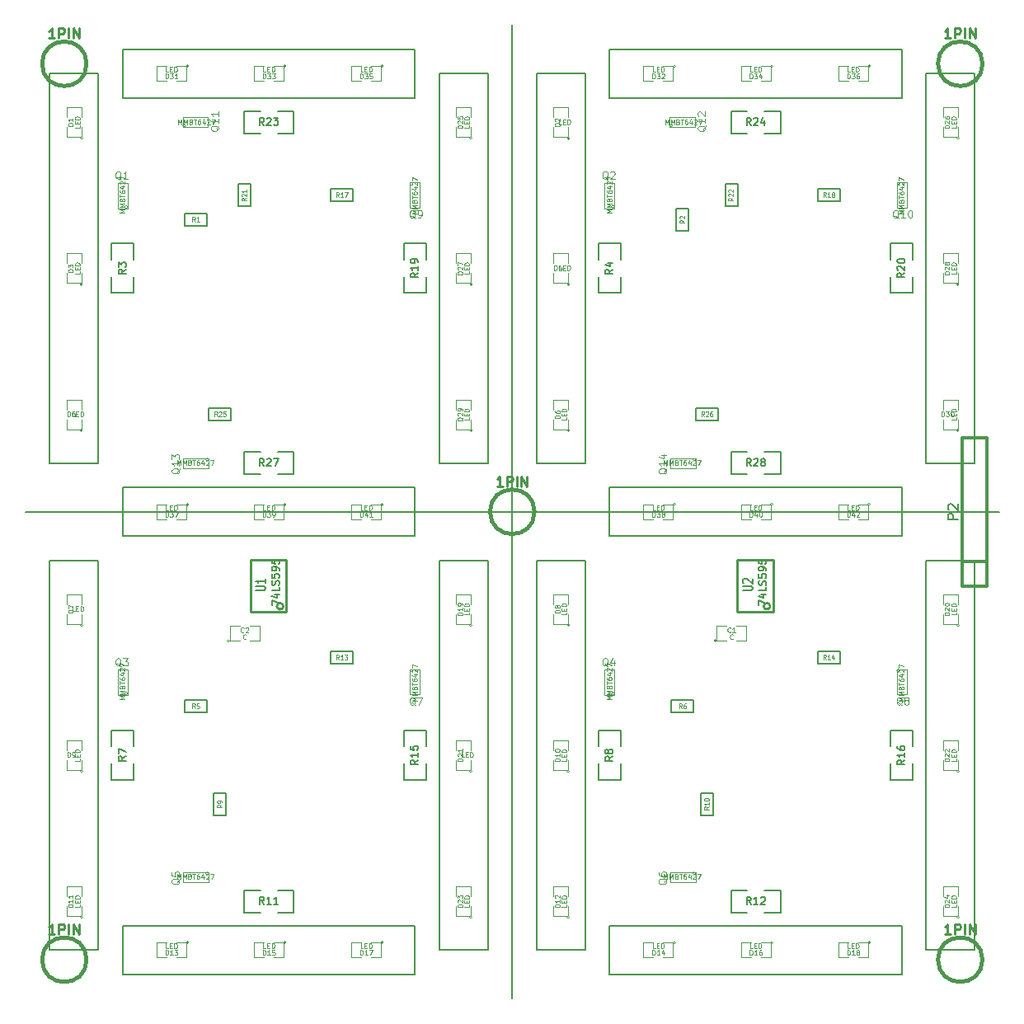
<source format=gto>
G04 (created by PCBNEW (2013-07-07 BZR 4022)-stable) date 2/23/2015 9:33:28 PM*
%MOIN*%
G04 Gerber Fmt 3.4, Leading zero omitted, Abs format*
%FSLAX34Y34*%
G01*
G70*
G90*
G04 APERTURE LIST*
%ADD10C,0.00590551*%
%ADD11C,0.00787402*%
%ADD12C,0.01*%
%ADD13C,0.0031*%
%ADD14C,0.005*%
%ADD15C,0.0039*%
%ADD16C,0.012*%
%ADD17C,0.015*%
%ADD18C,0.0075*%
%ADD19C,0.0047*%
%ADD20C,0.0043*%
%ADD21C,0.0045*%
%ADD22C,0.008*%
G04 APERTURE END LIST*
G54D10*
G54D11*
X52165Y-29527D02*
X52165Y-13779D01*
X54133Y-29527D02*
X52165Y-29527D01*
X54133Y-13779D02*
X54133Y-29527D01*
X52165Y-13779D02*
X54133Y-13779D01*
X51181Y-12795D02*
X39370Y-12795D01*
X51181Y-14763D02*
X51181Y-12795D01*
X39370Y-14763D02*
X51181Y-14763D01*
X39370Y-12795D02*
X39370Y-14763D01*
X36417Y-13779D02*
X36417Y-29527D01*
X38385Y-13779D02*
X36417Y-13779D01*
X38385Y-29527D02*
X38385Y-13779D01*
X36417Y-29527D02*
X38385Y-29527D01*
X51181Y-32480D02*
X39370Y-32480D01*
X51181Y-30511D02*
X51181Y-32480D01*
X39370Y-30511D02*
X51181Y-30511D01*
X39370Y-32480D02*
X39370Y-30511D01*
X54133Y-33464D02*
X54133Y-49212D01*
X52165Y-33464D02*
X54133Y-33464D01*
X52165Y-49212D02*
X52165Y-33464D01*
X54133Y-49212D02*
X52165Y-49212D01*
X51181Y-48228D02*
X39370Y-48228D01*
X51181Y-50196D02*
X51181Y-48228D01*
X39370Y-50196D02*
X51181Y-50196D01*
X39370Y-48228D02*
X39370Y-50196D01*
X36417Y-49212D02*
X36417Y-33464D01*
X38385Y-49212D02*
X36417Y-49212D01*
X38385Y-33464D02*
X38385Y-49212D01*
X36417Y-33464D02*
X38385Y-33464D01*
X19685Y-14763D02*
X19685Y-12795D01*
X31496Y-14763D02*
X19685Y-14763D01*
X31496Y-12795D02*
X31496Y-14763D01*
X19685Y-12795D02*
X31496Y-12795D01*
X32480Y-13779D02*
X32480Y-29527D01*
X34448Y-13779D02*
X32480Y-13779D01*
X34448Y-29527D02*
X34448Y-13779D01*
X32480Y-29527D02*
X34448Y-29527D01*
X31496Y-30511D02*
X19685Y-30511D01*
X31496Y-32480D02*
X31496Y-30511D01*
X19685Y-32480D02*
X31496Y-32480D01*
X19685Y-30511D02*
X19685Y-32480D01*
X32480Y-33464D02*
X32480Y-49212D01*
X34448Y-33464D02*
X32480Y-33464D01*
X34448Y-49212D02*
X34448Y-33464D01*
X32480Y-49212D02*
X34448Y-49212D01*
X31496Y-50196D02*
X19685Y-50196D01*
X31496Y-48228D02*
X31496Y-50196D01*
X19685Y-48228D02*
X31496Y-48228D01*
X16732Y-47244D02*
X16732Y-49212D01*
X18700Y-47244D02*
X18700Y-49212D01*
X16732Y-29527D02*
X18700Y-29527D01*
X55118Y-31496D02*
X15748Y-31496D01*
X35433Y-11811D02*
X35433Y-51181D01*
X19685Y-48228D02*
X19685Y-50196D01*
X16732Y-47244D02*
X16732Y-33464D01*
X18700Y-49212D02*
X16732Y-49212D01*
X18700Y-33464D02*
X18700Y-47244D01*
X16732Y-33464D02*
X18700Y-33464D01*
X16732Y-29527D02*
X16732Y-13779D01*
X18700Y-31496D02*
X16732Y-31496D01*
X18700Y-13779D02*
X18700Y-29527D01*
X16732Y-13779D02*
X18700Y-13779D01*
G54D12*
X24840Y-35548D02*
X24840Y-33448D01*
X24840Y-33448D02*
X26290Y-33448D01*
X26290Y-33448D02*
X26290Y-35548D01*
X26290Y-35548D02*
X24840Y-35548D01*
X26174Y-35315D02*
G75*
G03X26174Y-35315I-128J0D01*
G74*
G01*
X44525Y-35548D02*
X44525Y-33448D01*
X44525Y-33448D02*
X45975Y-33448D01*
X45975Y-33448D02*
X45975Y-35548D01*
X45975Y-35548D02*
X44525Y-35548D01*
X45859Y-35315D02*
G75*
G03X45859Y-35315I-128J0D01*
G74*
G01*
G54D13*
X39570Y-19163D02*
G75*
G03X39570Y-19163I-62J0D01*
G74*
G01*
X39170Y-18200D02*
X39570Y-18200D01*
X39170Y-19225D02*
X39570Y-19225D01*
X39570Y-18200D02*
X39570Y-19225D01*
X39170Y-19225D02*
X39170Y-18200D01*
X42848Y-29389D02*
G75*
G03X42848Y-29389I-62J0D01*
G74*
G01*
X41822Y-29727D02*
X41822Y-29327D01*
X42847Y-29727D02*
X42847Y-29327D01*
X41822Y-29327D02*
X42847Y-29327D01*
X42847Y-29727D02*
X41822Y-29727D01*
X41922Y-15886D02*
G75*
G03X41922Y-15886I-62J0D01*
G74*
G01*
X42822Y-15548D02*
X42822Y-15948D01*
X41797Y-15548D02*
X41797Y-15948D01*
X42822Y-15948D02*
X41797Y-15948D01*
X41797Y-15548D02*
X42822Y-15548D01*
X51105Y-18237D02*
G75*
G03X51105Y-18237I-62J0D01*
G74*
G01*
X51381Y-19200D02*
X50981Y-19200D01*
X51381Y-18175D02*
X50981Y-18175D01*
X50981Y-19200D02*
X50981Y-18175D01*
X51381Y-18175D02*
X51381Y-19200D01*
X51105Y-37922D02*
G75*
G03X51105Y-37922I-62J0D01*
G74*
G01*
X51381Y-38885D02*
X50981Y-38885D01*
X51381Y-37860D02*
X50981Y-37860D01*
X50981Y-38885D02*
X50981Y-37860D01*
X51381Y-37860D02*
X51381Y-38885D01*
X42848Y-46121D02*
G75*
G03X42848Y-46121I-62J0D01*
G74*
G01*
X41822Y-46459D02*
X41822Y-46059D01*
X42847Y-46459D02*
X42847Y-46059D01*
X41822Y-46059D02*
X42847Y-46059D01*
X42847Y-46459D02*
X41822Y-46459D01*
X39570Y-38848D02*
G75*
G03X39570Y-38848I-62J0D01*
G74*
G01*
X39170Y-37885D02*
X39570Y-37885D01*
X39170Y-38910D02*
X39570Y-38910D01*
X39570Y-37885D02*
X39570Y-38910D01*
X39170Y-38910D02*
X39170Y-37885D01*
X23163Y-29389D02*
G75*
G03X23163Y-29389I-62J0D01*
G74*
G01*
X22137Y-29727D02*
X22137Y-29327D01*
X23162Y-29727D02*
X23162Y-29327D01*
X22137Y-29327D02*
X23162Y-29327D01*
X23162Y-29727D02*
X22137Y-29727D01*
X22237Y-15886D02*
G75*
G03X22237Y-15886I-62J0D01*
G74*
G01*
X23137Y-15548D02*
X23137Y-15948D01*
X22112Y-15548D02*
X22112Y-15948D01*
X23137Y-15948D02*
X22112Y-15948D01*
X22112Y-15548D02*
X23137Y-15548D01*
X19885Y-19163D02*
G75*
G03X19885Y-19163I-62J0D01*
G74*
G01*
X19485Y-18200D02*
X19885Y-18200D01*
X19485Y-19225D02*
X19885Y-19225D01*
X19885Y-18200D02*
X19885Y-19225D01*
X19485Y-19225D02*
X19485Y-18200D01*
X31420Y-18237D02*
G75*
G03X31420Y-18237I-62J0D01*
G74*
G01*
X31696Y-19200D02*
X31296Y-19200D01*
X31696Y-18175D02*
X31296Y-18175D01*
X31296Y-19200D02*
X31296Y-18175D01*
X31696Y-18175D02*
X31696Y-19200D01*
X23163Y-46121D02*
G75*
G03X23163Y-46121I-62J0D01*
G74*
G01*
X22137Y-46459D02*
X22137Y-46059D01*
X23162Y-46459D02*
X23162Y-46059D01*
X22137Y-46059D02*
X23162Y-46059D01*
X23162Y-46459D02*
X22137Y-46459D01*
X19885Y-38848D02*
G75*
G03X19885Y-38848I-62J0D01*
G74*
G01*
X19485Y-37885D02*
X19885Y-37885D01*
X19485Y-38910D02*
X19885Y-38910D01*
X19885Y-37885D02*
X19885Y-38910D01*
X19485Y-38910D02*
X19485Y-37885D01*
X31420Y-37922D02*
G75*
G03X31420Y-37922I-62J0D01*
G74*
G01*
X31696Y-38885D02*
X31296Y-38885D01*
X31696Y-37860D02*
X31296Y-37860D01*
X31296Y-38885D02*
X31296Y-37860D01*
X31696Y-37860D02*
X31696Y-38885D01*
G54D14*
X24590Y-29077D02*
X24590Y-29977D01*
X24590Y-29977D02*
X25240Y-29977D01*
X25940Y-29077D02*
X26590Y-29077D01*
X26590Y-29077D02*
X26590Y-29977D01*
X26590Y-29977D02*
X25940Y-29977D01*
X25240Y-29077D02*
X24590Y-29077D01*
X50731Y-42338D02*
X51631Y-42338D01*
X51631Y-42338D02*
X51631Y-41688D01*
X50731Y-40988D02*
X50731Y-40338D01*
X50731Y-40338D02*
X51631Y-40338D01*
X51631Y-40338D02*
X51631Y-40988D01*
X50731Y-41688D02*
X50731Y-42338D01*
X50731Y-22653D02*
X51631Y-22653D01*
X51631Y-22653D02*
X51631Y-22003D01*
X50731Y-21303D02*
X50731Y-20653D01*
X50731Y-20653D02*
X51631Y-20653D01*
X51631Y-20653D02*
X51631Y-21303D01*
X50731Y-22003D02*
X50731Y-22653D01*
X44275Y-15298D02*
X44275Y-16198D01*
X44275Y-16198D02*
X44925Y-16198D01*
X45625Y-15298D02*
X46275Y-15298D01*
X46275Y-15298D02*
X46275Y-16198D01*
X46275Y-16198D02*
X45625Y-16198D01*
X44925Y-15298D02*
X44275Y-15298D01*
X44275Y-29077D02*
X44275Y-29977D01*
X44275Y-29977D02*
X44925Y-29977D01*
X45625Y-29077D02*
X46275Y-29077D01*
X46275Y-29077D02*
X46275Y-29977D01*
X46275Y-29977D02*
X45625Y-29977D01*
X44925Y-29077D02*
X44275Y-29077D01*
X44275Y-46794D02*
X44275Y-47694D01*
X44275Y-47694D02*
X44925Y-47694D01*
X45625Y-46794D02*
X46275Y-46794D01*
X46275Y-46794D02*
X46275Y-47694D01*
X46275Y-47694D02*
X45625Y-47694D01*
X44925Y-46794D02*
X44275Y-46794D01*
X38920Y-42338D02*
X39820Y-42338D01*
X39820Y-42338D02*
X39820Y-41688D01*
X38920Y-40988D02*
X38920Y-40338D01*
X38920Y-40338D02*
X39820Y-40338D01*
X39820Y-40338D02*
X39820Y-40988D01*
X38920Y-41688D02*
X38920Y-42338D01*
X38920Y-22653D02*
X39820Y-22653D01*
X39820Y-22653D02*
X39820Y-22003D01*
X38920Y-21303D02*
X38920Y-20653D01*
X38920Y-20653D02*
X39820Y-20653D01*
X39820Y-20653D02*
X39820Y-21303D01*
X38920Y-22003D02*
X38920Y-22653D01*
X24590Y-15298D02*
X24590Y-16198D01*
X24590Y-16198D02*
X25240Y-16198D01*
X25940Y-15298D02*
X26590Y-15298D01*
X26590Y-15298D02*
X26590Y-16198D01*
X26590Y-16198D02*
X25940Y-16198D01*
X25240Y-15298D02*
X24590Y-15298D01*
X31046Y-22653D02*
X31946Y-22653D01*
X31946Y-22653D02*
X31946Y-22003D01*
X31046Y-21303D02*
X31046Y-20653D01*
X31046Y-20653D02*
X31946Y-20653D01*
X31946Y-20653D02*
X31946Y-21303D01*
X31046Y-22003D02*
X31046Y-22653D01*
X31046Y-42338D02*
X31946Y-42338D01*
X31946Y-42338D02*
X31946Y-41688D01*
X31046Y-40988D02*
X31046Y-40338D01*
X31046Y-40338D02*
X31946Y-40338D01*
X31946Y-40338D02*
X31946Y-40988D01*
X31046Y-41688D02*
X31046Y-42338D01*
X26590Y-47694D02*
X26590Y-46794D01*
X26590Y-46794D02*
X25940Y-46794D01*
X25240Y-47694D02*
X24590Y-47694D01*
X24590Y-47694D02*
X24590Y-46794D01*
X24590Y-46794D02*
X25240Y-46794D01*
X25940Y-47694D02*
X26590Y-47694D01*
X19235Y-42338D02*
X20135Y-42338D01*
X20135Y-42338D02*
X20135Y-41688D01*
X19235Y-40988D02*
X19235Y-40338D01*
X19235Y-40338D02*
X20135Y-40338D01*
X20135Y-40338D02*
X20135Y-40988D01*
X19235Y-41688D02*
X19235Y-42338D01*
X19235Y-22653D02*
X20135Y-22653D01*
X20135Y-22653D02*
X20135Y-22003D01*
X19235Y-21303D02*
X19235Y-20653D01*
X19235Y-20653D02*
X20135Y-20653D01*
X20135Y-20653D02*
X20135Y-21303D01*
X19235Y-22003D02*
X19235Y-22653D01*
G54D15*
X53499Y-41988D02*
G75*
G03X53499Y-41988I-50J0D01*
G74*
G01*
X53449Y-41538D02*
X53449Y-41938D01*
X53449Y-41938D02*
X52849Y-41938D01*
X52849Y-41938D02*
X52849Y-41538D01*
X52849Y-41138D02*
X52849Y-40738D01*
X52849Y-40738D02*
X53449Y-40738D01*
X53449Y-40738D02*
X53449Y-41138D01*
X53499Y-22303D02*
G75*
G03X53499Y-22303I-50J0D01*
G74*
G01*
X53449Y-21853D02*
X53449Y-22253D01*
X53449Y-22253D02*
X52849Y-22253D01*
X52849Y-22253D02*
X52849Y-21853D01*
X52849Y-21453D02*
X52849Y-21053D01*
X52849Y-21053D02*
X53449Y-21053D01*
X53449Y-21053D02*
X53449Y-21453D01*
X53499Y-47894D02*
G75*
G03X53499Y-47894I-50J0D01*
G74*
G01*
X53449Y-47444D02*
X53449Y-47844D01*
X53449Y-47844D02*
X52849Y-47844D01*
X52849Y-47844D02*
X52849Y-47444D01*
X52849Y-47044D02*
X52849Y-46644D01*
X52849Y-46644D02*
X53449Y-46644D01*
X53449Y-46644D02*
X53449Y-47044D01*
X53499Y-16398D02*
G75*
G03X53499Y-16398I-50J0D01*
G74*
G01*
X53449Y-15948D02*
X53449Y-16348D01*
X53449Y-16348D02*
X52849Y-16348D01*
X52849Y-16348D02*
X52849Y-15948D01*
X52849Y-15548D02*
X52849Y-15148D01*
X52849Y-15148D02*
X53449Y-15148D01*
X53449Y-15148D02*
X53449Y-15548D01*
X42038Y-13479D02*
G75*
G03X42038Y-13479I-50J0D01*
G74*
G01*
X41538Y-13479D02*
X41938Y-13479D01*
X41938Y-13479D02*
X41938Y-14079D01*
X41938Y-14079D02*
X41538Y-14079D01*
X41138Y-14079D02*
X40738Y-14079D01*
X40738Y-14079D02*
X40738Y-13479D01*
X40738Y-13479D02*
X41138Y-13479D01*
X53499Y-28209D02*
G75*
G03X53499Y-28209I-50J0D01*
G74*
G01*
X53449Y-27759D02*
X53449Y-28159D01*
X53449Y-28159D02*
X52849Y-28159D01*
X52849Y-28159D02*
X52849Y-27759D01*
X52849Y-27359D02*
X52849Y-26959D01*
X52849Y-26959D02*
X53449Y-26959D01*
X53449Y-26959D02*
X53449Y-27359D01*
X30227Y-31196D02*
G75*
G03X30227Y-31196I-50J0D01*
G74*
G01*
X29727Y-31196D02*
X30127Y-31196D01*
X30127Y-31196D02*
X30127Y-31796D01*
X30127Y-31796D02*
X29727Y-31796D01*
X29327Y-31796D02*
X28927Y-31796D01*
X28927Y-31796D02*
X28927Y-31196D01*
X28927Y-31196D02*
X29327Y-31196D01*
X53499Y-36083D02*
G75*
G03X53499Y-36083I-50J0D01*
G74*
G01*
X53449Y-35633D02*
X53449Y-36033D01*
X53449Y-36033D02*
X52849Y-36033D01*
X52849Y-36033D02*
X52849Y-35633D01*
X52849Y-35233D02*
X52849Y-34833D01*
X52849Y-34833D02*
X53449Y-34833D01*
X53449Y-34833D02*
X53449Y-35233D01*
X49912Y-48912D02*
G75*
G03X49912Y-48912I-50J0D01*
G74*
G01*
X49412Y-48912D02*
X49812Y-48912D01*
X49812Y-48912D02*
X49812Y-49512D01*
X49812Y-49512D02*
X49412Y-49512D01*
X49012Y-49512D02*
X48612Y-49512D01*
X48612Y-49512D02*
X48612Y-48912D01*
X48612Y-48912D02*
X49012Y-48912D01*
X37751Y-16398D02*
G75*
G03X37751Y-16398I-50J0D01*
G74*
G01*
X37701Y-15948D02*
X37701Y-16348D01*
X37701Y-16348D02*
X37101Y-16348D01*
X37101Y-16348D02*
X37101Y-15948D01*
X37101Y-15548D02*
X37101Y-15148D01*
X37101Y-15148D02*
X37701Y-15148D01*
X37701Y-15148D02*
X37701Y-15548D01*
X37751Y-22303D02*
G75*
G03X37751Y-22303I-50J0D01*
G74*
G01*
X37701Y-21853D02*
X37701Y-22253D01*
X37701Y-22253D02*
X37101Y-22253D01*
X37101Y-22253D02*
X37101Y-21853D01*
X37101Y-21453D02*
X37101Y-21053D01*
X37101Y-21053D02*
X37701Y-21053D01*
X37701Y-21053D02*
X37701Y-21453D01*
X37751Y-28209D02*
G75*
G03X37751Y-28209I-50J0D01*
G74*
G01*
X37701Y-27759D02*
X37701Y-28159D01*
X37701Y-28159D02*
X37101Y-28159D01*
X37101Y-28159D02*
X37101Y-27759D01*
X37101Y-27359D02*
X37101Y-26959D01*
X37101Y-26959D02*
X37701Y-26959D01*
X37701Y-26959D02*
X37701Y-27359D01*
X37751Y-36083D02*
G75*
G03X37751Y-36083I-50J0D01*
G74*
G01*
X37701Y-35633D02*
X37701Y-36033D01*
X37701Y-36033D02*
X37101Y-36033D01*
X37101Y-36033D02*
X37101Y-35633D01*
X37101Y-35233D02*
X37101Y-34833D01*
X37101Y-34833D02*
X37701Y-34833D01*
X37701Y-34833D02*
X37701Y-35233D01*
X37751Y-41988D02*
G75*
G03X37751Y-41988I-50J0D01*
G74*
G01*
X37701Y-41538D02*
X37701Y-41938D01*
X37701Y-41938D02*
X37101Y-41938D01*
X37101Y-41938D02*
X37101Y-41538D01*
X37101Y-41138D02*
X37101Y-40738D01*
X37101Y-40738D02*
X37701Y-40738D01*
X37701Y-40738D02*
X37701Y-41138D01*
X37751Y-47894D02*
G75*
G03X37751Y-47894I-50J0D01*
G74*
G01*
X37701Y-47444D02*
X37701Y-47844D01*
X37701Y-47844D02*
X37101Y-47844D01*
X37101Y-47844D02*
X37101Y-47444D01*
X37101Y-47044D02*
X37101Y-46644D01*
X37101Y-46644D02*
X37701Y-46644D01*
X37701Y-46644D02*
X37701Y-47044D01*
X42038Y-48912D02*
G75*
G03X42038Y-48912I-50J0D01*
G74*
G01*
X41538Y-48912D02*
X41938Y-48912D01*
X41938Y-48912D02*
X41938Y-49512D01*
X41938Y-49512D02*
X41538Y-49512D01*
X41138Y-49512D02*
X40738Y-49512D01*
X40738Y-49512D02*
X40738Y-48912D01*
X40738Y-48912D02*
X41138Y-48912D01*
X45975Y-48912D02*
G75*
G03X45975Y-48912I-50J0D01*
G74*
G01*
X45475Y-48912D02*
X45875Y-48912D01*
X45875Y-48912D02*
X45875Y-49512D01*
X45875Y-49512D02*
X45475Y-49512D01*
X45075Y-49512D02*
X44675Y-49512D01*
X44675Y-49512D02*
X44675Y-48912D01*
X44675Y-48912D02*
X45075Y-48912D01*
X33814Y-41988D02*
G75*
G03X33814Y-41988I-50J0D01*
G74*
G01*
X33764Y-41538D02*
X33764Y-41938D01*
X33764Y-41938D02*
X33164Y-41938D01*
X33164Y-41938D02*
X33164Y-41538D01*
X33164Y-41138D02*
X33164Y-40738D01*
X33164Y-40738D02*
X33764Y-40738D01*
X33764Y-40738D02*
X33764Y-41138D01*
X49912Y-31196D02*
G75*
G03X49912Y-31196I-50J0D01*
G74*
G01*
X49412Y-31196D02*
X49812Y-31196D01*
X49812Y-31196D02*
X49812Y-31796D01*
X49812Y-31796D02*
X49412Y-31796D01*
X49012Y-31796D02*
X48612Y-31796D01*
X48612Y-31796D02*
X48612Y-31196D01*
X48612Y-31196D02*
X49012Y-31196D01*
X45975Y-31196D02*
G75*
G03X45975Y-31196I-50J0D01*
G74*
G01*
X45475Y-31196D02*
X45875Y-31196D01*
X45875Y-31196D02*
X45875Y-31796D01*
X45875Y-31796D02*
X45475Y-31796D01*
X45075Y-31796D02*
X44675Y-31796D01*
X44675Y-31796D02*
X44675Y-31196D01*
X44675Y-31196D02*
X45075Y-31196D01*
X18066Y-16398D02*
G75*
G03X18066Y-16398I-50J0D01*
G74*
G01*
X18016Y-15948D02*
X18016Y-16348D01*
X18016Y-16348D02*
X17416Y-16348D01*
X17416Y-16348D02*
X17416Y-15948D01*
X17416Y-15548D02*
X17416Y-15148D01*
X17416Y-15148D02*
X18016Y-15148D01*
X18016Y-15148D02*
X18016Y-15548D01*
X18066Y-22303D02*
G75*
G03X18066Y-22303I-50J0D01*
G74*
G01*
X18016Y-21853D02*
X18016Y-22253D01*
X18016Y-22253D02*
X17416Y-22253D01*
X17416Y-22253D02*
X17416Y-21853D01*
X17416Y-21453D02*
X17416Y-21053D01*
X17416Y-21053D02*
X18016Y-21053D01*
X18016Y-21053D02*
X18016Y-21453D01*
X18066Y-28209D02*
G75*
G03X18066Y-28209I-50J0D01*
G74*
G01*
X18016Y-27759D02*
X18016Y-28159D01*
X18016Y-28159D02*
X17416Y-28159D01*
X17416Y-28159D02*
X17416Y-27759D01*
X17416Y-27359D02*
X17416Y-26959D01*
X17416Y-26959D02*
X18016Y-26959D01*
X18016Y-26959D02*
X18016Y-27359D01*
X18066Y-36083D02*
G75*
G03X18066Y-36083I-50J0D01*
G74*
G01*
X18016Y-35633D02*
X18016Y-36033D01*
X18016Y-36033D02*
X17416Y-36033D01*
X17416Y-36033D02*
X17416Y-35633D01*
X17416Y-35233D02*
X17416Y-34833D01*
X17416Y-34833D02*
X18016Y-34833D01*
X18016Y-34833D02*
X18016Y-35233D01*
X18066Y-41988D02*
G75*
G03X18066Y-41988I-50J0D01*
G74*
G01*
X18016Y-41538D02*
X18016Y-41938D01*
X18016Y-41938D02*
X17416Y-41938D01*
X17416Y-41938D02*
X17416Y-41538D01*
X17416Y-41138D02*
X17416Y-40738D01*
X17416Y-40738D02*
X18016Y-40738D01*
X18016Y-40738D02*
X18016Y-41138D01*
X18066Y-47894D02*
G75*
G03X18066Y-47894I-50J0D01*
G74*
G01*
X18016Y-47444D02*
X18016Y-47844D01*
X18016Y-47844D02*
X17416Y-47844D01*
X17416Y-47844D02*
X17416Y-47444D01*
X17416Y-47044D02*
X17416Y-46644D01*
X17416Y-46644D02*
X18016Y-46644D01*
X18016Y-46644D02*
X18016Y-47044D01*
X22353Y-48912D02*
G75*
G03X22353Y-48912I-50J0D01*
G74*
G01*
X21853Y-48912D02*
X22253Y-48912D01*
X22253Y-48912D02*
X22253Y-49512D01*
X22253Y-49512D02*
X21853Y-49512D01*
X21453Y-49512D02*
X21053Y-49512D01*
X21053Y-49512D02*
X21053Y-48912D01*
X21053Y-48912D02*
X21453Y-48912D01*
X26290Y-48912D02*
G75*
G03X26290Y-48912I-50J0D01*
G74*
G01*
X25790Y-48912D02*
X26190Y-48912D01*
X26190Y-48912D02*
X26190Y-49512D01*
X26190Y-49512D02*
X25790Y-49512D01*
X25390Y-49512D02*
X24990Y-49512D01*
X24990Y-49512D02*
X24990Y-48912D01*
X24990Y-48912D02*
X25390Y-48912D01*
X30227Y-48912D02*
G75*
G03X30227Y-48912I-50J0D01*
G74*
G01*
X29727Y-48912D02*
X30127Y-48912D01*
X30127Y-48912D02*
X30127Y-49512D01*
X30127Y-49512D02*
X29727Y-49512D01*
X29327Y-49512D02*
X28927Y-49512D01*
X28927Y-49512D02*
X28927Y-48912D01*
X28927Y-48912D02*
X29327Y-48912D01*
X33814Y-36083D02*
G75*
G03X33814Y-36083I-50J0D01*
G74*
G01*
X33764Y-35633D02*
X33764Y-36033D01*
X33764Y-36033D02*
X33164Y-36033D01*
X33164Y-36033D02*
X33164Y-35633D01*
X33164Y-35233D02*
X33164Y-34833D01*
X33164Y-34833D02*
X33764Y-34833D01*
X33764Y-34833D02*
X33764Y-35233D01*
X45975Y-13479D02*
G75*
G03X45975Y-13479I-50J0D01*
G74*
G01*
X45475Y-13479D02*
X45875Y-13479D01*
X45875Y-13479D02*
X45875Y-14079D01*
X45875Y-14079D02*
X45475Y-14079D01*
X45075Y-14079D02*
X44675Y-14079D01*
X44675Y-14079D02*
X44675Y-13479D01*
X44675Y-13479D02*
X45075Y-13479D01*
X33814Y-47894D02*
G75*
G03X33814Y-47894I-50J0D01*
G74*
G01*
X33764Y-47444D02*
X33764Y-47844D01*
X33764Y-47844D02*
X33164Y-47844D01*
X33164Y-47844D02*
X33164Y-47444D01*
X33164Y-47044D02*
X33164Y-46644D01*
X33164Y-46644D02*
X33764Y-46644D01*
X33764Y-46644D02*
X33764Y-47044D01*
X33814Y-16398D02*
G75*
G03X33814Y-16398I-50J0D01*
G74*
G01*
X33764Y-15948D02*
X33764Y-16348D01*
X33764Y-16348D02*
X33164Y-16348D01*
X33164Y-16348D02*
X33164Y-15948D01*
X33164Y-15548D02*
X33164Y-15148D01*
X33164Y-15148D02*
X33764Y-15148D01*
X33764Y-15148D02*
X33764Y-15548D01*
X33814Y-22303D02*
G75*
G03X33814Y-22303I-50J0D01*
G74*
G01*
X33764Y-21853D02*
X33764Y-22253D01*
X33764Y-22253D02*
X33164Y-22253D01*
X33164Y-22253D02*
X33164Y-21853D01*
X33164Y-21453D02*
X33164Y-21053D01*
X33164Y-21053D02*
X33764Y-21053D01*
X33764Y-21053D02*
X33764Y-21453D01*
X33814Y-28209D02*
G75*
G03X33814Y-28209I-50J0D01*
G74*
G01*
X33764Y-27759D02*
X33764Y-28159D01*
X33764Y-28159D02*
X33164Y-28159D01*
X33164Y-28159D02*
X33164Y-27759D01*
X33164Y-27359D02*
X33164Y-26959D01*
X33164Y-26959D02*
X33764Y-26959D01*
X33764Y-26959D02*
X33764Y-27359D01*
X22353Y-13479D02*
G75*
G03X22353Y-13479I-50J0D01*
G74*
G01*
X21853Y-13479D02*
X22253Y-13479D01*
X22253Y-13479D02*
X22253Y-14079D01*
X22253Y-14079D02*
X21853Y-14079D01*
X21453Y-14079D02*
X21053Y-14079D01*
X21053Y-14079D02*
X21053Y-13479D01*
X21053Y-13479D02*
X21453Y-13479D01*
X26290Y-13479D02*
G75*
G03X26290Y-13479I-50J0D01*
G74*
G01*
X25790Y-13479D02*
X26190Y-13479D01*
X26190Y-13479D02*
X26190Y-14079D01*
X26190Y-14079D02*
X25790Y-14079D01*
X25390Y-14079D02*
X24990Y-14079D01*
X24990Y-14079D02*
X24990Y-13479D01*
X24990Y-13479D02*
X25390Y-13479D01*
X30227Y-13479D02*
G75*
G03X30227Y-13479I-50J0D01*
G74*
G01*
X29727Y-13479D02*
X30127Y-13479D01*
X30127Y-13479D02*
X30127Y-14079D01*
X30127Y-14079D02*
X29727Y-14079D01*
X29327Y-14079D02*
X28927Y-14079D01*
X28927Y-14079D02*
X28927Y-13479D01*
X28927Y-13479D02*
X29327Y-13479D01*
X22353Y-31196D02*
G75*
G03X22353Y-31196I-50J0D01*
G74*
G01*
X21853Y-31196D02*
X22253Y-31196D01*
X22253Y-31196D02*
X22253Y-31796D01*
X22253Y-31796D02*
X21853Y-31796D01*
X21453Y-31796D02*
X21053Y-31796D01*
X21053Y-31796D02*
X21053Y-31196D01*
X21053Y-31196D02*
X21453Y-31196D01*
X26290Y-31196D02*
G75*
G03X26290Y-31196I-50J0D01*
G74*
G01*
X25790Y-31196D02*
X26190Y-31196D01*
X26190Y-31196D02*
X26190Y-31796D01*
X26190Y-31796D02*
X25790Y-31796D01*
X25390Y-31796D02*
X24990Y-31796D01*
X24990Y-31796D02*
X24990Y-31196D01*
X24990Y-31196D02*
X25390Y-31196D01*
X42038Y-31196D02*
G75*
G03X42038Y-31196I-50J0D01*
G74*
G01*
X41538Y-31196D02*
X41938Y-31196D01*
X41938Y-31196D02*
X41938Y-31796D01*
X41938Y-31796D02*
X41538Y-31796D01*
X41138Y-31796D02*
X40738Y-31796D01*
X40738Y-31796D02*
X40738Y-31196D01*
X40738Y-31196D02*
X41138Y-31196D01*
X49912Y-13479D02*
G75*
G03X49912Y-13479I-50J0D01*
G74*
G01*
X49412Y-13479D02*
X49812Y-13479D01*
X49812Y-13479D02*
X49812Y-14079D01*
X49812Y-14079D02*
X49412Y-14079D01*
X49012Y-14079D02*
X48612Y-14079D01*
X48612Y-14079D02*
X48612Y-13479D01*
X48612Y-13479D02*
X49012Y-13479D01*
G54D14*
X28093Y-18450D02*
X28993Y-18450D01*
X28993Y-18450D02*
X28993Y-18950D01*
X28993Y-18950D02*
X28093Y-18950D01*
X28093Y-18950D02*
X28093Y-18450D01*
X43757Y-27809D02*
X42857Y-27809D01*
X42857Y-27809D02*
X42857Y-27309D01*
X42857Y-27309D02*
X43757Y-27309D01*
X43757Y-27309D02*
X43757Y-27809D01*
X44041Y-19150D02*
X44041Y-18250D01*
X44041Y-18250D02*
X44541Y-18250D01*
X44541Y-18250D02*
X44541Y-19150D01*
X44541Y-19150D02*
X44041Y-19150D01*
X22187Y-19435D02*
X23087Y-19435D01*
X23087Y-19435D02*
X23087Y-19935D01*
X23087Y-19935D02*
X22187Y-19935D01*
X22187Y-19935D02*
X22187Y-19435D01*
X47778Y-18450D02*
X48678Y-18450D01*
X48678Y-18450D02*
X48678Y-18950D01*
X48678Y-18950D02*
X47778Y-18950D01*
X47778Y-18950D02*
X47778Y-18450D01*
X47778Y-37151D02*
X48678Y-37151D01*
X48678Y-37151D02*
X48678Y-37651D01*
X48678Y-37651D02*
X47778Y-37651D01*
X47778Y-37651D02*
X47778Y-37151D01*
X22187Y-39120D02*
X23087Y-39120D01*
X23087Y-39120D02*
X23087Y-39620D01*
X23087Y-39620D02*
X22187Y-39620D01*
X22187Y-39620D02*
X22187Y-39120D01*
X43557Y-42857D02*
X43557Y-43757D01*
X43557Y-43757D02*
X43057Y-43757D01*
X43057Y-43757D02*
X43057Y-42857D01*
X43057Y-42857D02*
X43557Y-42857D01*
X42772Y-39620D02*
X41872Y-39620D01*
X41872Y-39620D02*
X41872Y-39120D01*
X41872Y-39120D02*
X42772Y-39120D01*
X42772Y-39120D02*
X42772Y-39620D01*
X23372Y-43757D02*
X23372Y-42857D01*
X23372Y-42857D02*
X23872Y-42857D01*
X23872Y-42857D02*
X23872Y-43757D01*
X23872Y-43757D02*
X23372Y-43757D01*
X42072Y-20135D02*
X42072Y-19235D01*
X42072Y-19235D02*
X42572Y-19235D01*
X42572Y-19235D02*
X42572Y-20135D01*
X42572Y-20135D02*
X42072Y-20135D01*
X28093Y-37151D02*
X28993Y-37151D01*
X28993Y-37151D02*
X28993Y-37651D01*
X28993Y-37651D02*
X28093Y-37651D01*
X28093Y-37651D02*
X28093Y-37151D01*
X24072Y-27809D02*
X23172Y-27809D01*
X23172Y-27809D02*
X23172Y-27309D01*
X23172Y-27309D02*
X24072Y-27309D01*
X24072Y-27309D02*
X24072Y-27809D01*
X24356Y-19150D02*
X24356Y-18250D01*
X24356Y-18250D02*
X24856Y-18250D01*
X24856Y-18250D02*
X24856Y-19150D01*
X24856Y-19150D02*
X24356Y-19150D01*
G54D16*
X54633Y-34496D02*
X53633Y-34496D01*
X53633Y-34496D02*
X53633Y-28496D01*
X53633Y-28496D02*
X54633Y-28496D01*
X54633Y-28496D02*
X54633Y-34496D01*
X54633Y-33496D02*
X53633Y-33496D01*
G54D15*
X43691Y-36717D02*
G75*
G03X43691Y-36717I-50J0D01*
G74*
G01*
X44091Y-36717D02*
X43691Y-36717D01*
X43691Y-36717D02*
X43691Y-36117D01*
X43691Y-36117D02*
X44091Y-36117D01*
X44491Y-36117D02*
X44891Y-36117D01*
X44891Y-36117D02*
X44891Y-36717D01*
X44891Y-36717D02*
X44491Y-36717D01*
X24006Y-36717D02*
G75*
G03X24006Y-36717I-50J0D01*
G74*
G01*
X24406Y-36717D02*
X24006Y-36717D01*
X24006Y-36717D02*
X24006Y-36117D01*
X24006Y-36117D02*
X24406Y-36117D01*
X24806Y-36117D02*
X25206Y-36117D01*
X25206Y-36117D02*
X25206Y-36717D01*
X25206Y-36717D02*
X24806Y-36717D01*
G54D17*
X18222Y-13385D02*
G75*
G03X18222Y-13385I-900J0D01*
G74*
G01*
X54443Y-13385D02*
G75*
G03X54443Y-13385I-900J0D01*
G74*
G01*
X54443Y-49606D02*
G75*
G03X54443Y-49606I-900J0D01*
G74*
G01*
X18222Y-49606D02*
G75*
G03X18222Y-49606I-900J0D01*
G74*
G01*
X36333Y-31496D02*
G75*
G03X36333Y-31496I-900J0D01*
G74*
G01*
G54D18*
X25057Y-34677D02*
X25381Y-34677D01*
X25419Y-34663D01*
X25438Y-34648D01*
X25457Y-34620D01*
X25457Y-34563D01*
X25438Y-34534D01*
X25419Y-34520D01*
X25381Y-34505D01*
X25057Y-34505D01*
X25457Y-34205D02*
X25457Y-34377D01*
X25457Y-34291D02*
X25057Y-34291D01*
X25114Y-34320D01*
X25152Y-34348D01*
X25171Y-34377D01*
X25706Y-35286D02*
X25706Y-35086D01*
X26006Y-35215D01*
X25806Y-34843D02*
X26006Y-34843D01*
X25692Y-34915D02*
X25906Y-34986D01*
X25906Y-34800D01*
X26006Y-34543D02*
X26006Y-34686D01*
X25706Y-34686D01*
X25992Y-34457D02*
X26006Y-34415D01*
X26006Y-34343D01*
X25992Y-34315D01*
X25978Y-34300D01*
X25949Y-34286D01*
X25921Y-34286D01*
X25892Y-34300D01*
X25878Y-34315D01*
X25864Y-34343D01*
X25849Y-34400D01*
X25835Y-34429D01*
X25821Y-34443D01*
X25792Y-34457D01*
X25764Y-34457D01*
X25735Y-34443D01*
X25721Y-34429D01*
X25706Y-34400D01*
X25706Y-34329D01*
X25721Y-34286D01*
X25706Y-34015D02*
X25706Y-34157D01*
X25849Y-34172D01*
X25835Y-34157D01*
X25821Y-34129D01*
X25821Y-34057D01*
X25835Y-34029D01*
X25849Y-34015D01*
X25878Y-34000D01*
X25949Y-34000D01*
X25978Y-34015D01*
X25992Y-34029D01*
X26006Y-34057D01*
X26006Y-34129D01*
X25992Y-34157D01*
X25978Y-34172D01*
X26006Y-33857D02*
X26006Y-33800D01*
X25992Y-33772D01*
X25978Y-33757D01*
X25935Y-33729D01*
X25878Y-33715D01*
X25764Y-33715D01*
X25735Y-33729D01*
X25721Y-33743D01*
X25706Y-33772D01*
X25706Y-33829D01*
X25721Y-33857D01*
X25735Y-33872D01*
X25764Y-33886D01*
X25835Y-33886D01*
X25864Y-33872D01*
X25878Y-33857D01*
X25892Y-33829D01*
X25892Y-33772D01*
X25878Y-33743D01*
X25864Y-33729D01*
X25835Y-33715D01*
X25706Y-33443D02*
X25706Y-33586D01*
X25849Y-33600D01*
X25835Y-33586D01*
X25821Y-33557D01*
X25821Y-33486D01*
X25835Y-33457D01*
X25849Y-33443D01*
X25878Y-33429D01*
X25949Y-33429D01*
X25978Y-33443D01*
X25992Y-33457D01*
X26006Y-33486D01*
X26006Y-33557D01*
X25992Y-33586D01*
X25978Y-33600D01*
X44742Y-34677D02*
X45066Y-34677D01*
X45104Y-34663D01*
X45123Y-34648D01*
X45142Y-34620D01*
X45142Y-34563D01*
X45123Y-34534D01*
X45104Y-34520D01*
X45066Y-34505D01*
X44742Y-34505D01*
X44780Y-34377D02*
X44761Y-34363D01*
X44742Y-34334D01*
X44742Y-34263D01*
X44761Y-34234D01*
X44780Y-34220D01*
X44818Y-34205D01*
X44856Y-34205D01*
X44913Y-34220D01*
X45142Y-34391D01*
X45142Y-34205D01*
X45392Y-35286D02*
X45392Y-35086D01*
X45692Y-35215D01*
X45492Y-34843D02*
X45692Y-34843D01*
X45377Y-34915D02*
X45592Y-34986D01*
X45592Y-34800D01*
X45692Y-34543D02*
X45692Y-34686D01*
X45392Y-34686D01*
X45677Y-34457D02*
X45692Y-34415D01*
X45692Y-34343D01*
X45677Y-34315D01*
X45663Y-34300D01*
X45634Y-34286D01*
X45606Y-34286D01*
X45577Y-34300D01*
X45563Y-34315D01*
X45549Y-34343D01*
X45534Y-34400D01*
X45520Y-34429D01*
X45506Y-34443D01*
X45477Y-34457D01*
X45449Y-34457D01*
X45420Y-34443D01*
X45406Y-34429D01*
X45392Y-34400D01*
X45392Y-34329D01*
X45406Y-34286D01*
X45392Y-34015D02*
X45392Y-34157D01*
X45534Y-34172D01*
X45520Y-34157D01*
X45506Y-34129D01*
X45506Y-34057D01*
X45520Y-34029D01*
X45534Y-34015D01*
X45563Y-34000D01*
X45634Y-34000D01*
X45663Y-34015D01*
X45677Y-34029D01*
X45692Y-34057D01*
X45692Y-34129D01*
X45677Y-34157D01*
X45663Y-34172D01*
X45692Y-33857D02*
X45692Y-33800D01*
X45677Y-33772D01*
X45663Y-33757D01*
X45620Y-33729D01*
X45563Y-33715D01*
X45449Y-33715D01*
X45420Y-33729D01*
X45406Y-33743D01*
X45392Y-33772D01*
X45392Y-33829D01*
X45406Y-33857D01*
X45420Y-33872D01*
X45449Y-33886D01*
X45520Y-33886D01*
X45549Y-33872D01*
X45563Y-33857D01*
X45577Y-33829D01*
X45577Y-33772D01*
X45563Y-33743D01*
X45549Y-33729D01*
X45520Y-33715D01*
X45392Y-33443D02*
X45392Y-33586D01*
X45534Y-33600D01*
X45520Y-33586D01*
X45506Y-33557D01*
X45506Y-33486D01*
X45520Y-33457D01*
X45534Y-33443D01*
X45563Y-33429D01*
X45634Y-33429D01*
X45663Y-33443D01*
X45677Y-33457D01*
X45692Y-33486D01*
X45692Y-33557D01*
X45677Y-33586D01*
X45663Y-33600D01*
G54D19*
X39302Y-18063D02*
X39273Y-18049D01*
X39245Y-18020D01*
X39202Y-17978D01*
X39173Y-17963D01*
X39145Y-17963D01*
X39159Y-18035D02*
X39131Y-18020D01*
X39102Y-17992D01*
X39088Y-17935D01*
X39088Y-17835D01*
X39102Y-17778D01*
X39131Y-17749D01*
X39159Y-17735D01*
X39216Y-17735D01*
X39245Y-17749D01*
X39273Y-17778D01*
X39288Y-17835D01*
X39288Y-17935D01*
X39273Y-17992D01*
X39245Y-18020D01*
X39216Y-18035D01*
X39159Y-18035D01*
X39402Y-17763D02*
X39416Y-17749D01*
X39445Y-17735D01*
X39516Y-17735D01*
X39545Y-17749D01*
X39559Y-17763D01*
X39573Y-17792D01*
X39573Y-17820D01*
X39559Y-17863D01*
X39388Y-18035D01*
X39573Y-18035D01*
G54D15*
X39449Y-19402D02*
X39252Y-19402D01*
X39393Y-19337D01*
X39252Y-19271D01*
X39449Y-19271D01*
X39449Y-19177D02*
X39252Y-19177D01*
X39393Y-19112D01*
X39252Y-19046D01*
X39449Y-19046D01*
X39346Y-18886D02*
X39356Y-18858D01*
X39365Y-18849D01*
X39384Y-18839D01*
X39412Y-18839D01*
X39431Y-18849D01*
X39440Y-18858D01*
X39449Y-18877D01*
X39449Y-18952D01*
X39252Y-18952D01*
X39252Y-18886D01*
X39262Y-18868D01*
X39271Y-18858D01*
X39290Y-18849D01*
X39309Y-18849D01*
X39327Y-18858D01*
X39337Y-18868D01*
X39346Y-18886D01*
X39346Y-18952D01*
X39252Y-18783D02*
X39252Y-18671D01*
X39449Y-18727D02*
X39252Y-18727D01*
X39252Y-18521D02*
X39252Y-18558D01*
X39262Y-18577D01*
X39271Y-18586D01*
X39299Y-18605D01*
X39337Y-18614D01*
X39412Y-18614D01*
X39431Y-18605D01*
X39440Y-18596D01*
X39449Y-18577D01*
X39449Y-18539D01*
X39440Y-18521D01*
X39431Y-18511D01*
X39412Y-18502D01*
X39365Y-18502D01*
X39346Y-18511D01*
X39337Y-18521D01*
X39327Y-18539D01*
X39327Y-18577D01*
X39337Y-18596D01*
X39346Y-18605D01*
X39365Y-18614D01*
X39318Y-18333D02*
X39449Y-18333D01*
X39243Y-18380D02*
X39384Y-18427D01*
X39384Y-18305D01*
X39271Y-18239D02*
X39262Y-18230D01*
X39252Y-18211D01*
X39252Y-18164D01*
X39262Y-18145D01*
X39271Y-18136D01*
X39290Y-18127D01*
X39309Y-18127D01*
X39337Y-18136D01*
X39449Y-18248D01*
X39449Y-18127D01*
X39252Y-18061D02*
X39252Y-17930D01*
X39449Y-18014D01*
G54D19*
X41685Y-29737D02*
X41671Y-29766D01*
X41642Y-29795D01*
X41600Y-29837D01*
X41585Y-29866D01*
X41585Y-29895D01*
X41657Y-29880D02*
X41642Y-29909D01*
X41614Y-29937D01*
X41557Y-29952D01*
X41457Y-29952D01*
X41400Y-29937D01*
X41371Y-29909D01*
X41357Y-29880D01*
X41357Y-29823D01*
X41371Y-29795D01*
X41400Y-29766D01*
X41457Y-29752D01*
X41557Y-29752D01*
X41614Y-29766D01*
X41642Y-29795D01*
X41657Y-29823D01*
X41657Y-29880D01*
X41657Y-29466D02*
X41657Y-29637D01*
X41657Y-29552D02*
X41357Y-29552D01*
X41400Y-29580D01*
X41428Y-29609D01*
X41442Y-29637D01*
X41457Y-29209D02*
X41657Y-29209D01*
X41342Y-29280D02*
X41557Y-29352D01*
X41557Y-29166D01*
G54D15*
X41570Y-29607D02*
X41570Y-29410D01*
X41636Y-29551D01*
X41702Y-29410D01*
X41702Y-29607D01*
X41795Y-29607D02*
X41795Y-29410D01*
X41861Y-29551D01*
X41927Y-29410D01*
X41927Y-29607D01*
X42086Y-29504D02*
X42114Y-29513D01*
X42124Y-29522D01*
X42133Y-29541D01*
X42133Y-29569D01*
X42124Y-29588D01*
X42114Y-29597D01*
X42096Y-29607D01*
X42021Y-29607D01*
X42021Y-29410D01*
X42086Y-29410D01*
X42105Y-29419D01*
X42114Y-29429D01*
X42124Y-29447D01*
X42124Y-29466D01*
X42114Y-29485D01*
X42105Y-29494D01*
X42086Y-29504D01*
X42021Y-29504D01*
X42189Y-29410D02*
X42302Y-29410D01*
X42246Y-29607D02*
X42246Y-29410D01*
X42452Y-29410D02*
X42415Y-29410D01*
X42396Y-29419D01*
X42386Y-29429D01*
X42368Y-29457D01*
X42358Y-29494D01*
X42358Y-29569D01*
X42368Y-29588D01*
X42377Y-29597D01*
X42396Y-29607D01*
X42433Y-29607D01*
X42452Y-29597D01*
X42462Y-29588D01*
X42471Y-29569D01*
X42471Y-29522D01*
X42462Y-29504D01*
X42452Y-29494D01*
X42433Y-29485D01*
X42396Y-29485D01*
X42377Y-29494D01*
X42368Y-29504D01*
X42358Y-29522D01*
X42640Y-29475D02*
X42640Y-29607D01*
X42593Y-29400D02*
X42546Y-29541D01*
X42668Y-29541D01*
X42734Y-29429D02*
X42743Y-29419D01*
X42762Y-29410D01*
X42809Y-29410D01*
X42827Y-29419D01*
X42837Y-29429D01*
X42846Y-29447D01*
X42846Y-29466D01*
X42837Y-29494D01*
X42724Y-29607D01*
X42846Y-29607D01*
X42912Y-29410D02*
X43043Y-29410D01*
X42959Y-29607D01*
G54D19*
X43259Y-15880D02*
X43245Y-15909D01*
X43216Y-15937D01*
X43174Y-15980D01*
X43159Y-16009D01*
X43159Y-16037D01*
X43231Y-16023D02*
X43216Y-16051D01*
X43188Y-16080D01*
X43131Y-16094D01*
X43031Y-16094D01*
X42974Y-16080D01*
X42945Y-16051D01*
X42931Y-16023D01*
X42931Y-15966D01*
X42945Y-15937D01*
X42974Y-15909D01*
X43031Y-15894D01*
X43131Y-15894D01*
X43188Y-15909D01*
X43216Y-15937D01*
X43231Y-15966D01*
X43231Y-16023D01*
X43231Y-15609D02*
X43231Y-15780D01*
X43231Y-15694D02*
X42931Y-15694D01*
X42974Y-15723D01*
X43002Y-15751D01*
X43016Y-15780D01*
X42959Y-15494D02*
X42945Y-15480D01*
X42931Y-15451D01*
X42931Y-15380D01*
X42945Y-15351D01*
X42959Y-15337D01*
X42988Y-15323D01*
X43016Y-15323D01*
X43059Y-15337D01*
X43231Y-15509D01*
X43231Y-15323D01*
G54D15*
X41620Y-15827D02*
X41620Y-15630D01*
X41686Y-15771D01*
X41752Y-15630D01*
X41752Y-15827D01*
X41845Y-15827D02*
X41845Y-15630D01*
X41911Y-15771D01*
X41977Y-15630D01*
X41977Y-15827D01*
X42136Y-15724D02*
X42164Y-15733D01*
X42174Y-15743D01*
X42183Y-15762D01*
X42183Y-15790D01*
X42174Y-15809D01*
X42164Y-15818D01*
X42146Y-15827D01*
X42071Y-15827D01*
X42071Y-15630D01*
X42136Y-15630D01*
X42155Y-15640D01*
X42164Y-15649D01*
X42174Y-15668D01*
X42174Y-15687D01*
X42164Y-15705D01*
X42155Y-15715D01*
X42136Y-15724D01*
X42071Y-15724D01*
X42239Y-15630D02*
X42352Y-15630D01*
X42296Y-15827D02*
X42296Y-15630D01*
X42502Y-15630D02*
X42465Y-15630D01*
X42446Y-15640D01*
X42436Y-15649D01*
X42418Y-15677D01*
X42408Y-15715D01*
X42408Y-15790D01*
X42418Y-15809D01*
X42427Y-15818D01*
X42446Y-15827D01*
X42483Y-15827D01*
X42502Y-15818D01*
X42512Y-15809D01*
X42521Y-15790D01*
X42521Y-15743D01*
X42512Y-15724D01*
X42502Y-15715D01*
X42483Y-15705D01*
X42446Y-15705D01*
X42427Y-15715D01*
X42418Y-15724D01*
X42408Y-15743D01*
X42690Y-15696D02*
X42690Y-15827D01*
X42643Y-15621D02*
X42596Y-15762D01*
X42718Y-15762D01*
X42784Y-15649D02*
X42793Y-15640D01*
X42812Y-15630D01*
X42859Y-15630D01*
X42877Y-15640D01*
X42887Y-15649D01*
X42896Y-15668D01*
X42896Y-15687D01*
X42887Y-15715D01*
X42774Y-15827D01*
X42896Y-15827D01*
X42962Y-15630D02*
X43093Y-15630D01*
X43009Y-15827D01*
G54D19*
X51048Y-19637D02*
X51020Y-19623D01*
X50991Y-19594D01*
X50948Y-19552D01*
X50920Y-19537D01*
X50891Y-19537D01*
X50905Y-19609D02*
X50877Y-19594D01*
X50848Y-19566D01*
X50834Y-19509D01*
X50834Y-19409D01*
X50848Y-19352D01*
X50877Y-19323D01*
X50905Y-19309D01*
X50962Y-19309D01*
X50991Y-19323D01*
X51020Y-19352D01*
X51034Y-19409D01*
X51034Y-19509D01*
X51020Y-19566D01*
X50991Y-19594D01*
X50962Y-19609D01*
X50905Y-19609D01*
X51320Y-19609D02*
X51148Y-19609D01*
X51234Y-19609D02*
X51234Y-19309D01*
X51205Y-19352D01*
X51177Y-19380D01*
X51148Y-19394D01*
X51505Y-19309D02*
X51534Y-19309D01*
X51562Y-19323D01*
X51577Y-19337D01*
X51591Y-19366D01*
X51605Y-19423D01*
X51605Y-19494D01*
X51591Y-19552D01*
X51577Y-19580D01*
X51562Y-19594D01*
X51534Y-19609D01*
X51505Y-19609D01*
X51477Y-19594D01*
X51462Y-19580D01*
X51448Y-19552D01*
X51434Y-19494D01*
X51434Y-19423D01*
X51448Y-19366D01*
X51462Y-19337D01*
X51477Y-19323D01*
X51505Y-19309D01*
G54D15*
X51260Y-19452D02*
X51063Y-19452D01*
X51204Y-19387D01*
X51063Y-19321D01*
X51260Y-19321D01*
X51260Y-19227D02*
X51063Y-19227D01*
X51204Y-19162D01*
X51063Y-19096D01*
X51260Y-19096D01*
X51157Y-18936D02*
X51167Y-18908D01*
X51176Y-18899D01*
X51195Y-18889D01*
X51223Y-18889D01*
X51242Y-18899D01*
X51251Y-18908D01*
X51260Y-18927D01*
X51260Y-19002D01*
X51063Y-19002D01*
X51063Y-18936D01*
X51073Y-18918D01*
X51082Y-18908D01*
X51101Y-18899D01*
X51120Y-18899D01*
X51138Y-18908D01*
X51148Y-18918D01*
X51157Y-18936D01*
X51157Y-19002D01*
X51063Y-18833D02*
X51063Y-18721D01*
X51260Y-18777D02*
X51063Y-18777D01*
X51063Y-18571D02*
X51063Y-18608D01*
X51073Y-18627D01*
X51082Y-18636D01*
X51110Y-18655D01*
X51148Y-18664D01*
X51223Y-18664D01*
X51242Y-18655D01*
X51251Y-18646D01*
X51260Y-18627D01*
X51260Y-18589D01*
X51251Y-18571D01*
X51242Y-18561D01*
X51223Y-18552D01*
X51176Y-18552D01*
X51157Y-18561D01*
X51148Y-18571D01*
X51138Y-18589D01*
X51138Y-18627D01*
X51148Y-18646D01*
X51157Y-18655D01*
X51176Y-18664D01*
X51129Y-18383D02*
X51260Y-18383D01*
X51054Y-18430D02*
X51195Y-18477D01*
X51195Y-18355D01*
X51082Y-18289D02*
X51073Y-18280D01*
X51063Y-18261D01*
X51063Y-18214D01*
X51073Y-18195D01*
X51082Y-18186D01*
X51101Y-18177D01*
X51120Y-18177D01*
X51148Y-18186D01*
X51260Y-18298D01*
X51260Y-18177D01*
X51063Y-18111D02*
X51063Y-17980D01*
X51260Y-18064D01*
G54D19*
X51191Y-39322D02*
X51162Y-39308D01*
X51134Y-39279D01*
X51091Y-39237D01*
X51062Y-39222D01*
X51034Y-39222D01*
X51048Y-39294D02*
X51020Y-39279D01*
X50991Y-39251D01*
X50977Y-39194D01*
X50977Y-39094D01*
X50991Y-39037D01*
X51020Y-39008D01*
X51048Y-38994D01*
X51105Y-38994D01*
X51134Y-39008D01*
X51162Y-39037D01*
X51177Y-39094D01*
X51177Y-39194D01*
X51162Y-39251D01*
X51134Y-39279D01*
X51105Y-39294D01*
X51048Y-39294D01*
X51348Y-39122D02*
X51320Y-39108D01*
X51305Y-39094D01*
X51291Y-39065D01*
X51291Y-39051D01*
X51305Y-39022D01*
X51320Y-39008D01*
X51348Y-38994D01*
X51405Y-38994D01*
X51434Y-39008D01*
X51448Y-39022D01*
X51462Y-39051D01*
X51462Y-39065D01*
X51448Y-39094D01*
X51434Y-39108D01*
X51405Y-39122D01*
X51348Y-39122D01*
X51320Y-39137D01*
X51305Y-39151D01*
X51291Y-39179D01*
X51291Y-39237D01*
X51305Y-39265D01*
X51320Y-39279D01*
X51348Y-39294D01*
X51405Y-39294D01*
X51434Y-39279D01*
X51448Y-39265D01*
X51462Y-39237D01*
X51462Y-39179D01*
X51448Y-39151D01*
X51434Y-39137D01*
X51405Y-39122D01*
G54D15*
X51260Y-39137D02*
X51063Y-39137D01*
X51204Y-39072D01*
X51063Y-39006D01*
X51260Y-39006D01*
X51260Y-38912D02*
X51063Y-38912D01*
X51204Y-38847D01*
X51063Y-38781D01*
X51260Y-38781D01*
X51157Y-38621D02*
X51167Y-38593D01*
X51176Y-38584D01*
X51195Y-38574D01*
X51223Y-38574D01*
X51242Y-38584D01*
X51251Y-38593D01*
X51260Y-38612D01*
X51260Y-38687D01*
X51063Y-38687D01*
X51063Y-38621D01*
X51073Y-38603D01*
X51082Y-38593D01*
X51101Y-38584D01*
X51120Y-38584D01*
X51138Y-38593D01*
X51148Y-38603D01*
X51157Y-38621D01*
X51157Y-38687D01*
X51063Y-38518D02*
X51063Y-38406D01*
X51260Y-38462D02*
X51063Y-38462D01*
X51063Y-38256D02*
X51063Y-38293D01*
X51073Y-38312D01*
X51082Y-38321D01*
X51110Y-38340D01*
X51148Y-38349D01*
X51223Y-38349D01*
X51242Y-38340D01*
X51251Y-38331D01*
X51260Y-38312D01*
X51260Y-38274D01*
X51251Y-38256D01*
X51242Y-38246D01*
X51223Y-38237D01*
X51176Y-38237D01*
X51157Y-38246D01*
X51148Y-38256D01*
X51138Y-38274D01*
X51138Y-38312D01*
X51148Y-38331D01*
X51157Y-38340D01*
X51176Y-38349D01*
X51129Y-38068D02*
X51260Y-38068D01*
X51054Y-38115D02*
X51195Y-38162D01*
X51195Y-38040D01*
X51082Y-37974D02*
X51073Y-37965D01*
X51063Y-37946D01*
X51063Y-37899D01*
X51073Y-37880D01*
X51082Y-37871D01*
X51101Y-37862D01*
X51120Y-37862D01*
X51148Y-37871D01*
X51260Y-37983D01*
X51260Y-37862D01*
X51063Y-37796D02*
X51063Y-37665D01*
X51260Y-37749D01*
G54D19*
X41685Y-46327D02*
X41671Y-46355D01*
X41642Y-46384D01*
X41600Y-46427D01*
X41585Y-46455D01*
X41585Y-46484D01*
X41657Y-46470D02*
X41642Y-46498D01*
X41614Y-46527D01*
X41557Y-46541D01*
X41457Y-46541D01*
X41400Y-46527D01*
X41371Y-46498D01*
X41357Y-46470D01*
X41357Y-46413D01*
X41371Y-46384D01*
X41400Y-46355D01*
X41457Y-46341D01*
X41557Y-46341D01*
X41614Y-46355D01*
X41642Y-46384D01*
X41657Y-46413D01*
X41657Y-46470D01*
X41357Y-46084D02*
X41357Y-46141D01*
X41371Y-46170D01*
X41385Y-46184D01*
X41428Y-46213D01*
X41485Y-46227D01*
X41600Y-46227D01*
X41628Y-46213D01*
X41642Y-46198D01*
X41657Y-46170D01*
X41657Y-46113D01*
X41642Y-46084D01*
X41628Y-46070D01*
X41600Y-46055D01*
X41528Y-46055D01*
X41500Y-46070D01*
X41485Y-46084D01*
X41471Y-46113D01*
X41471Y-46170D01*
X41485Y-46198D01*
X41500Y-46213D01*
X41528Y-46227D01*
G54D15*
X41570Y-46339D02*
X41570Y-46142D01*
X41636Y-46283D01*
X41702Y-46142D01*
X41702Y-46339D01*
X41795Y-46339D02*
X41795Y-46142D01*
X41861Y-46283D01*
X41927Y-46142D01*
X41927Y-46339D01*
X42086Y-46236D02*
X42114Y-46245D01*
X42124Y-46255D01*
X42133Y-46273D01*
X42133Y-46302D01*
X42124Y-46320D01*
X42114Y-46330D01*
X42096Y-46339D01*
X42021Y-46339D01*
X42021Y-46142D01*
X42086Y-46142D01*
X42105Y-46151D01*
X42114Y-46161D01*
X42124Y-46180D01*
X42124Y-46198D01*
X42114Y-46217D01*
X42105Y-46227D01*
X42086Y-46236D01*
X42021Y-46236D01*
X42189Y-46142D02*
X42302Y-46142D01*
X42246Y-46339D02*
X42246Y-46142D01*
X42452Y-46142D02*
X42415Y-46142D01*
X42396Y-46151D01*
X42386Y-46161D01*
X42368Y-46189D01*
X42358Y-46227D01*
X42358Y-46302D01*
X42368Y-46320D01*
X42377Y-46330D01*
X42396Y-46339D01*
X42433Y-46339D01*
X42452Y-46330D01*
X42462Y-46320D01*
X42471Y-46302D01*
X42471Y-46255D01*
X42462Y-46236D01*
X42452Y-46227D01*
X42433Y-46217D01*
X42396Y-46217D01*
X42377Y-46227D01*
X42368Y-46236D01*
X42358Y-46255D01*
X42640Y-46208D02*
X42640Y-46339D01*
X42593Y-46133D02*
X42546Y-46273D01*
X42668Y-46273D01*
X42734Y-46161D02*
X42743Y-46151D01*
X42762Y-46142D01*
X42809Y-46142D01*
X42827Y-46151D01*
X42837Y-46161D01*
X42846Y-46180D01*
X42846Y-46198D01*
X42837Y-46227D01*
X42724Y-46339D01*
X42846Y-46339D01*
X42912Y-46142D02*
X43043Y-46142D01*
X42959Y-46339D01*
G54D19*
X39302Y-37748D02*
X39273Y-37734D01*
X39245Y-37705D01*
X39202Y-37663D01*
X39173Y-37648D01*
X39145Y-37648D01*
X39159Y-37720D02*
X39131Y-37705D01*
X39102Y-37677D01*
X39088Y-37620D01*
X39088Y-37520D01*
X39102Y-37463D01*
X39131Y-37434D01*
X39159Y-37420D01*
X39216Y-37420D01*
X39245Y-37434D01*
X39273Y-37463D01*
X39288Y-37520D01*
X39288Y-37620D01*
X39273Y-37677D01*
X39245Y-37705D01*
X39216Y-37720D01*
X39159Y-37720D01*
X39545Y-37520D02*
X39545Y-37720D01*
X39473Y-37405D02*
X39402Y-37620D01*
X39588Y-37620D01*
G54D15*
X39449Y-39087D02*
X39252Y-39087D01*
X39393Y-39022D01*
X39252Y-38956D01*
X39449Y-38956D01*
X39449Y-38862D02*
X39252Y-38862D01*
X39393Y-38797D01*
X39252Y-38731D01*
X39449Y-38731D01*
X39346Y-38571D02*
X39356Y-38543D01*
X39365Y-38534D01*
X39384Y-38524D01*
X39412Y-38524D01*
X39431Y-38534D01*
X39440Y-38543D01*
X39449Y-38562D01*
X39449Y-38637D01*
X39252Y-38637D01*
X39252Y-38571D01*
X39262Y-38553D01*
X39271Y-38543D01*
X39290Y-38534D01*
X39309Y-38534D01*
X39327Y-38543D01*
X39337Y-38553D01*
X39346Y-38571D01*
X39346Y-38637D01*
X39252Y-38468D02*
X39252Y-38356D01*
X39449Y-38412D02*
X39252Y-38412D01*
X39252Y-38206D02*
X39252Y-38243D01*
X39262Y-38262D01*
X39271Y-38271D01*
X39299Y-38290D01*
X39337Y-38299D01*
X39412Y-38299D01*
X39431Y-38290D01*
X39440Y-38281D01*
X39449Y-38262D01*
X39449Y-38224D01*
X39440Y-38206D01*
X39431Y-38196D01*
X39412Y-38187D01*
X39365Y-38187D01*
X39346Y-38196D01*
X39337Y-38206D01*
X39327Y-38224D01*
X39327Y-38262D01*
X39337Y-38281D01*
X39346Y-38290D01*
X39365Y-38299D01*
X39318Y-38018D02*
X39449Y-38018D01*
X39243Y-38065D02*
X39384Y-38112D01*
X39384Y-37990D01*
X39271Y-37924D02*
X39262Y-37915D01*
X39252Y-37896D01*
X39252Y-37849D01*
X39262Y-37830D01*
X39271Y-37821D01*
X39290Y-37812D01*
X39309Y-37812D01*
X39337Y-37821D01*
X39449Y-37933D01*
X39449Y-37812D01*
X39252Y-37746D02*
X39252Y-37615D01*
X39449Y-37699D01*
G54D19*
X22000Y-29737D02*
X21986Y-29766D01*
X21957Y-29795D01*
X21915Y-29837D01*
X21900Y-29866D01*
X21900Y-29895D01*
X21972Y-29880D02*
X21957Y-29909D01*
X21929Y-29937D01*
X21872Y-29952D01*
X21772Y-29952D01*
X21715Y-29937D01*
X21686Y-29909D01*
X21672Y-29880D01*
X21672Y-29823D01*
X21686Y-29795D01*
X21715Y-29766D01*
X21772Y-29752D01*
X21872Y-29752D01*
X21929Y-29766D01*
X21957Y-29795D01*
X21972Y-29823D01*
X21972Y-29880D01*
X21972Y-29466D02*
X21972Y-29637D01*
X21972Y-29552D02*
X21672Y-29552D01*
X21715Y-29580D01*
X21743Y-29609D01*
X21757Y-29637D01*
X21672Y-29366D02*
X21672Y-29180D01*
X21786Y-29280D01*
X21786Y-29237D01*
X21800Y-29209D01*
X21815Y-29195D01*
X21843Y-29180D01*
X21915Y-29180D01*
X21943Y-29195D01*
X21957Y-29209D01*
X21972Y-29237D01*
X21972Y-29323D01*
X21957Y-29352D01*
X21943Y-29366D01*
G54D15*
X21885Y-29607D02*
X21885Y-29410D01*
X21951Y-29551D01*
X22017Y-29410D01*
X22017Y-29607D01*
X22110Y-29607D02*
X22110Y-29410D01*
X22176Y-29551D01*
X22242Y-29410D01*
X22242Y-29607D01*
X22401Y-29504D02*
X22429Y-29513D01*
X22439Y-29522D01*
X22448Y-29541D01*
X22448Y-29569D01*
X22439Y-29588D01*
X22429Y-29597D01*
X22411Y-29607D01*
X22336Y-29607D01*
X22336Y-29410D01*
X22401Y-29410D01*
X22420Y-29419D01*
X22429Y-29429D01*
X22439Y-29447D01*
X22439Y-29466D01*
X22429Y-29485D01*
X22420Y-29494D01*
X22401Y-29504D01*
X22336Y-29504D01*
X22504Y-29410D02*
X22617Y-29410D01*
X22561Y-29607D02*
X22561Y-29410D01*
X22767Y-29410D02*
X22730Y-29410D01*
X22711Y-29419D01*
X22701Y-29429D01*
X22683Y-29457D01*
X22673Y-29494D01*
X22673Y-29569D01*
X22683Y-29588D01*
X22692Y-29597D01*
X22711Y-29607D01*
X22748Y-29607D01*
X22767Y-29597D01*
X22776Y-29588D01*
X22786Y-29569D01*
X22786Y-29522D01*
X22776Y-29504D01*
X22767Y-29494D01*
X22748Y-29485D01*
X22711Y-29485D01*
X22692Y-29494D01*
X22683Y-29504D01*
X22673Y-29522D01*
X22955Y-29475D02*
X22955Y-29607D01*
X22908Y-29400D02*
X22861Y-29541D01*
X22983Y-29541D01*
X23049Y-29429D02*
X23058Y-29419D01*
X23077Y-29410D01*
X23124Y-29410D01*
X23142Y-29419D01*
X23152Y-29429D01*
X23161Y-29447D01*
X23161Y-29466D01*
X23152Y-29494D01*
X23039Y-29607D01*
X23161Y-29607D01*
X23227Y-29410D02*
X23358Y-29410D01*
X23274Y-29607D01*
G54D19*
X23574Y-15880D02*
X23560Y-15909D01*
X23531Y-15937D01*
X23489Y-15980D01*
X23474Y-16009D01*
X23474Y-16037D01*
X23546Y-16023D02*
X23531Y-16051D01*
X23503Y-16080D01*
X23446Y-16094D01*
X23346Y-16094D01*
X23289Y-16080D01*
X23260Y-16051D01*
X23246Y-16023D01*
X23246Y-15966D01*
X23260Y-15937D01*
X23289Y-15909D01*
X23346Y-15894D01*
X23446Y-15894D01*
X23503Y-15909D01*
X23531Y-15937D01*
X23546Y-15966D01*
X23546Y-16023D01*
X23546Y-15609D02*
X23546Y-15780D01*
X23546Y-15694D02*
X23246Y-15694D01*
X23289Y-15723D01*
X23317Y-15751D01*
X23331Y-15780D01*
X23546Y-15323D02*
X23546Y-15494D01*
X23546Y-15409D02*
X23246Y-15409D01*
X23289Y-15437D01*
X23317Y-15466D01*
X23331Y-15494D01*
G54D15*
X21935Y-15827D02*
X21935Y-15630D01*
X22001Y-15771D01*
X22067Y-15630D01*
X22067Y-15827D01*
X22160Y-15827D02*
X22160Y-15630D01*
X22226Y-15771D01*
X22292Y-15630D01*
X22292Y-15827D01*
X22451Y-15724D02*
X22479Y-15733D01*
X22489Y-15743D01*
X22498Y-15762D01*
X22498Y-15790D01*
X22489Y-15809D01*
X22479Y-15818D01*
X22461Y-15827D01*
X22386Y-15827D01*
X22386Y-15630D01*
X22451Y-15630D01*
X22470Y-15640D01*
X22479Y-15649D01*
X22489Y-15668D01*
X22489Y-15687D01*
X22479Y-15705D01*
X22470Y-15715D01*
X22451Y-15724D01*
X22386Y-15724D01*
X22554Y-15630D02*
X22667Y-15630D01*
X22611Y-15827D02*
X22611Y-15630D01*
X22817Y-15630D02*
X22780Y-15630D01*
X22761Y-15640D01*
X22751Y-15649D01*
X22733Y-15677D01*
X22723Y-15715D01*
X22723Y-15790D01*
X22733Y-15809D01*
X22742Y-15818D01*
X22761Y-15827D01*
X22798Y-15827D01*
X22817Y-15818D01*
X22826Y-15809D01*
X22836Y-15790D01*
X22836Y-15743D01*
X22826Y-15724D01*
X22817Y-15715D01*
X22798Y-15705D01*
X22761Y-15705D01*
X22742Y-15715D01*
X22733Y-15724D01*
X22723Y-15743D01*
X23005Y-15696D02*
X23005Y-15827D01*
X22958Y-15621D02*
X22911Y-15762D01*
X23033Y-15762D01*
X23099Y-15649D02*
X23108Y-15640D01*
X23127Y-15630D01*
X23174Y-15630D01*
X23192Y-15640D01*
X23202Y-15649D01*
X23211Y-15668D01*
X23211Y-15687D01*
X23202Y-15715D01*
X23089Y-15827D01*
X23211Y-15827D01*
X23277Y-15630D02*
X23408Y-15630D01*
X23324Y-15827D01*
G54D19*
X19617Y-18063D02*
X19588Y-18049D01*
X19560Y-18020D01*
X19517Y-17978D01*
X19488Y-17963D01*
X19460Y-17963D01*
X19474Y-18035D02*
X19446Y-18020D01*
X19417Y-17992D01*
X19403Y-17935D01*
X19403Y-17835D01*
X19417Y-17778D01*
X19446Y-17749D01*
X19474Y-17735D01*
X19531Y-17735D01*
X19560Y-17749D01*
X19588Y-17778D01*
X19603Y-17835D01*
X19603Y-17935D01*
X19588Y-17992D01*
X19560Y-18020D01*
X19531Y-18035D01*
X19474Y-18035D01*
X19888Y-18035D02*
X19717Y-18035D01*
X19803Y-18035D02*
X19803Y-17735D01*
X19774Y-17778D01*
X19746Y-17806D01*
X19717Y-17820D01*
G54D15*
X19764Y-19402D02*
X19567Y-19402D01*
X19708Y-19337D01*
X19567Y-19271D01*
X19764Y-19271D01*
X19764Y-19177D02*
X19567Y-19177D01*
X19708Y-19112D01*
X19567Y-19046D01*
X19764Y-19046D01*
X19661Y-18886D02*
X19670Y-18858D01*
X19680Y-18849D01*
X19699Y-18839D01*
X19727Y-18839D01*
X19746Y-18849D01*
X19755Y-18858D01*
X19764Y-18877D01*
X19764Y-18952D01*
X19567Y-18952D01*
X19567Y-18886D01*
X19577Y-18868D01*
X19586Y-18858D01*
X19605Y-18849D01*
X19624Y-18849D01*
X19642Y-18858D01*
X19652Y-18868D01*
X19661Y-18886D01*
X19661Y-18952D01*
X19567Y-18783D02*
X19567Y-18671D01*
X19764Y-18727D02*
X19567Y-18727D01*
X19567Y-18521D02*
X19567Y-18558D01*
X19577Y-18577D01*
X19586Y-18586D01*
X19614Y-18605D01*
X19652Y-18614D01*
X19727Y-18614D01*
X19746Y-18605D01*
X19755Y-18596D01*
X19764Y-18577D01*
X19764Y-18539D01*
X19755Y-18521D01*
X19746Y-18511D01*
X19727Y-18502D01*
X19680Y-18502D01*
X19661Y-18511D01*
X19652Y-18521D01*
X19642Y-18539D01*
X19642Y-18577D01*
X19652Y-18596D01*
X19661Y-18605D01*
X19680Y-18614D01*
X19633Y-18333D02*
X19764Y-18333D01*
X19558Y-18380D02*
X19699Y-18427D01*
X19699Y-18305D01*
X19586Y-18239D02*
X19577Y-18230D01*
X19567Y-18211D01*
X19567Y-18164D01*
X19577Y-18145D01*
X19586Y-18136D01*
X19605Y-18127D01*
X19624Y-18127D01*
X19652Y-18136D01*
X19764Y-18248D01*
X19764Y-18127D01*
X19567Y-18061D02*
X19567Y-17930D01*
X19764Y-18014D01*
G54D19*
X31506Y-19637D02*
X31477Y-19623D01*
X31449Y-19594D01*
X31406Y-19552D01*
X31377Y-19537D01*
X31349Y-19537D01*
X31363Y-19609D02*
X31335Y-19594D01*
X31306Y-19566D01*
X31292Y-19509D01*
X31292Y-19409D01*
X31306Y-19352D01*
X31335Y-19323D01*
X31363Y-19309D01*
X31420Y-19309D01*
X31449Y-19323D01*
X31477Y-19352D01*
X31492Y-19409D01*
X31492Y-19509D01*
X31477Y-19566D01*
X31449Y-19594D01*
X31420Y-19609D01*
X31363Y-19609D01*
X31635Y-19609D02*
X31692Y-19609D01*
X31720Y-19594D01*
X31735Y-19580D01*
X31763Y-19537D01*
X31777Y-19480D01*
X31777Y-19366D01*
X31763Y-19337D01*
X31749Y-19323D01*
X31720Y-19309D01*
X31663Y-19309D01*
X31635Y-19323D01*
X31620Y-19337D01*
X31606Y-19366D01*
X31606Y-19437D01*
X31620Y-19466D01*
X31635Y-19480D01*
X31663Y-19494D01*
X31720Y-19494D01*
X31749Y-19480D01*
X31763Y-19466D01*
X31777Y-19437D01*
G54D15*
X31575Y-19452D02*
X31378Y-19452D01*
X31519Y-19387D01*
X31378Y-19321D01*
X31575Y-19321D01*
X31575Y-19227D02*
X31378Y-19227D01*
X31519Y-19162D01*
X31378Y-19096D01*
X31575Y-19096D01*
X31472Y-18936D02*
X31481Y-18908D01*
X31491Y-18899D01*
X31510Y-18889D01*
X31538Y-18889D01*
X31557Y-18899D01*
X31566Y-18908D01*
X31575Y-18927D01*
X31575Y-19002D01*
X31378Y-19002D01*
X31378Y-18936D01*
X31388Y-18918D01*
X31397Y-18908D01*
X31416Y-18899D01*
X31435Y-18899D01*
X31453Y-18908D01*
X31463Y-18918D01*
X31472Y-18936D01*
X31472Y-19002D01*
X31378Y-18833D02*
X31378Y-18721D01*
X31575Y-18777D02*
X31378Y-18777D01*
X31378Y-18571D02*
X31378Y-18608D01*
X31388Y-18627D01*
X31397Y-18636D01*
X31425Y-18655D01*
X31463Y-18664D01*
X31538Y-18664D01*
X31557Y-18655D01*
X31566Y-18646D01*
X31575Y-18627D01*
X31575Y-18589D01*
X31566Y-18571D01*
X31557Y-18561D01*
X31538Y-18552D01*
X31491Y-18552D01*
X31472Y-18561D01*
X31463Y-18571D01*
X31453Y-18589D01*
X31453Y-18627D01*
X31463Y-18646D01*
X31472Y-18655D01*
X31491Y-18664D01*
X31444Y-18383D02*
X31575Y-18383D01*
X31369Y-18430D02*
X31510Y-18477D01*
X31510Y-18355D01*
X31397Y-18289D02*
X31388Y-18280D01*
X31378Y-18261D01*
X31378Y-18214D01*
X31388Y-18195D01*
X31397Y-18186D01*
X31416Y-18177D01*
X31435Y-18177D01*
X31463Y-18186D01*
X31575Y-18298D01*
X31575Y-18177D01*
X31378Y-18111D02*
X31378Y-17980D01*
X31575Y-18064D01*
G54D19*
X22000Y-46327D02*
X21986Y-46355D01*
X21957Y-46384D01*
X21915Y-46427D01*
X21900Y-46455D01*
X21900Y-46484D01*
X21972Y-46470D02*
X21957Y-46498D01*
X21929Y-46527D01*
X21872Y-46541D01*
X21772Y-46541D01*
X21715Y-46527D01*
X21686Y-46498D01*
X21672Y-46470D01*
X21672Y-46413D01*
X21686Y-46384D01*
X21715Y-46355D01*
X21772Y-46341D01*
X21872Y-46341D01*
X21929Y-46355D01*
X21957Y-46384D01*
X21972Y-46413D01*
X21972Y-46470D01*
X21672Y-46070D02*
X21672Y-46213D01*
X21815Y-46227D01*
X21800Y-46213D01*
X21786Y-46184D01*
X21786Y-46113D01*
X21800Y-46084D01*
X21815Y-46070D01*
X21843Y-46055D01*
X21915Y-46055D01*
X21943Y-46070D01*
X21957Y-46084D01*
X21972Y-46113D01*
X21972Y-46184D01*
X21957Y-46213D01*
X21943Y-46227D01*
G54D15*
X21885Y-46339D02*
X21885Y-46142D01*
X21951Y-46283D01*
X22017Y-46142D01*
X22017Y-46339D01*
X22110Y-46339D02*
X22110Y-46142D01*
X22176Y-46283D01*
X22242Y-46142D01*
X22242Y-46339D01*
X22401Y-46236D02*
X22429Y-46245D01*
X22439Y-46255D01*
X22448Y-46273D01*
X22448Y-46302D01*
X22439Y-46320D01*
X22429Y-46330D01*
X22411Y-46339D01*
X22336Y-46339D01*
X22336Y-46142D01*
X22401Y-46142D01*
X22420Y-46151D01*
X22429Y-46161D01*
X22439Y-46180D01*
X22439Y-46198D01*
X22429Y-46217D01*
X22420Y-46227D01*
X22401Y-46236D01*
X22336Y-46236D01*
X22504Y-46142D02*
X22617Y-46142D01*
X22561Y-46339D02*
X22561Y-46142D01*
X22767Y-46142D02*
X22730Y-46142D01*
X22711Y-46151D01*
X22701Y-46161D01*
X22683Y-46189D01*
X22673Y-46227D01*
X22673Y-46302D01*
X22683Y-46320D01*
X22692Y-46330D01*
X22711Y-46339D01*
X22748Y-46339D01*
X22767Y-46330D01*
X22776Y-46320D01*
X22786Y-46302D01*
X22786Y-46255D01*
X22776Y-46236D01*
X22767Y-46227D01*
X22748Y-46217D01*
X22711Y-46217D01*
X22692Y-46227D01*
X22683Y-46236D01*
X22673Y-46255D01*
X22955Y-46208D02*
X22955Y-46339D01*
X22908Y-46133D02*
X22861Y-46273D01*
X22983Y-46273D01*
X23049Y-46161D02*
X23058Y-46151D01*
X23077Y-46142D01*
X23124Y-46142D01*
X23142Y-46151D01*
X23152Y-46161D01*
X23161Y-46180D01*
X23161Y-46198D01*
X23152Y-46227D01*
X23039Y-46339D01*
X23161Y-46339D01*
X23227Y-46142D02*
X23358Y-46142D01*
X23274Y-46339D01*
G54D19*
X19617Y-37748D02*
X19588Y-37734D01*
X19560Y-37705D01*
X19517Y-37663D01*
X19488Y-37648D01*
X19460Y-37648D01*
X19474Y-37720D02*
X19446Y-37705D01*
X19417Y-37677D01*
X19403Y-37620D01*
X19403Y-37520D01*
X19417Y-37463D01*
X19446Y-37434D01*
X19474Y-37420D01*
X19531Y-37420D01*
X19560Y-37434D01*
X19588Y-37463D01*
X19603Y-37520D01*
X19603Y-37620D01*
X19588Y-37677D01*
X19560Y-37705D01*
X19531Y-37720D01*
X19474Y-37720D01*
X19703Y-37420D02*
X19888Y-37420D01*
X19788Y-37534D01*
X19831Y-37534D01*
X19860Y-37548D01*
X19874Y-37563D01*
X19888Y-37591D01*
X19888Y-37663D01*
X19874Y-37691D01*
X19860Y-37705D01*
X19831Y-37720D01*
X19746Y-37720D01*
X19717Y-37705D01*
X19703Y-37691D01*
G54D15*
X19764Y-39087D02*
X19567Y-39087D01*
X19708Y-39022D01*
X19567Y-38956D01*
X19764Y-38956D01*
X19764Y-38862D02*
X19567Y-38862D01*
X19708Y-38797D01*
X19567Y-38731D01*
X19764Y-38731D01*
X19661Y-38571D02*
X19670Y-38543D01*
X19680Y-38534D01*
X19699Y-38524D01*
X19727Y-38524D01*
X19746Y-38534D01*
X19755Y-38543D01*
X19764Y-38562D01*
X19764Y-38637D01*
X19567Y-38637D01*
X19567Y-38571D01*
X19577Y-38553D01*
X19586Y-38543D01*
X19605Y-38534D01*
X19624Y-38534D01*
X19642Y-38543D01*
X19652Y-38553D01*
X19661Y-38571D01*
X19661Y-38637D01*
X19567Y-38468D02*
X19567Y-38356D01*
X19764Y-38412D02*
X19567Y-38412D01*
X19567Y-38206D02*
X19567Y-38243D01*
X19577Y-38262D01*
X19586Y-38271D01*
X19614Y-38290D01*
X19652Y-38299D01*
X19727Y-38299D01*
X19746Y-38290D01*
X19755Y-38281D01*
X19764Y-38262D01*
X19764Y-38224D01*
X19755Y-38206D01*
X19746Y-38196D01*
X19727Y-38187D01*
X19680Y-38187D01*
X19661Y-38196D01*
X19652Y-38206D01*
X19642Y-38224D01*
X19642Y-38262D01*
X19652Y-38281D01*
X19661Y-38290D01*
X19680Y-38299D01*
X19633Y-38018D02*
X19764Y-38018D01*
X19558Y-38065D02*
X19699Y-38112D01*
X19699Y-37990D01*
X19586Y-37924D02*
X19577Y-37915D01*
X19567Y-37896D01*
X19567Y-37849D01*
X19577Y-37830D01*
X19586Y-37821D01*
X19605Y-37812D01*
X19624Y-37812D01*
X19652Y-37821D01*
X19764Y-37933D01*
X19764Y-37812D01*
X19567Y-37746D02*
X19567Y-37615D01*
X19764Y-37699D01*
G54D19*
X31506Y-39322D02*
X31477Y-39308D01*
X31449Y-39279D01*
X31406Y-39237D01*
X31377Y-39222D01*
X31349Y-39222D01*
X31363Y-39294D02*
X31335Y-39279D01*
X31306Y-39251D01*
X31292Y-39194D01*
X31292Y-39094D01*
X31306Y-39037D01*
X31335Y-39008D01*
X31363Y-38994D01*
X31420Y-38994D01*
X31449Y-39008D01*
X31477Y-39037D01*
X31492Y-39094D01*
X31492Y-39194D01*
X31477Y-39251D01*
X31449Y-39279D01*
X31420Y-39294D01*
X31363Y-39294D01*
X31592Y-38994D02*
X31792Y-38994D01*
X31663Y-39294D01*
G54D15*
X31575Y-39137D02*
X31378Y-39137D01*
X31519Y-39072D01*
X31378Y-39006D01*
X31575Y-39006D01*
X31575Y-38912D02*
X31378Y-38912D01*
X31519Y-38847D01*
X31378Y-38781D01*
X31575Y-38781D01*
X31472Y-38621D02*
X31481Y-38593D01*
X31491Y-38584D01*
X31510Y-38574D01*
X31538Y-38574D01*
X31557Y-38584D01*
X31566Y-38593D01*
X31575Y-38612D01*
X31575Y-38687D01*
X31378Y-38687D01*
X31378Y-38621D01*
X31388Y-38603D01*
X31397Y-38593D01*
X31416Y-38584D01*
X31435Y-38584D01*
X31453Y-38593D01*
X31463Y-38603D01*
X31472Y-38621D01*
X31472Y-38687D01*
X31378Y-38518D02*
X31378Y-38406D01*
X31575Y-38462D02*
X31378Y-38462D01*
X31378Y-38256D02*
X31378Y-38293D01*
X31388Y-38312D01*
X31397Y-38321D01*
X31425Y-38340D01*
X31463Y-38349D01*
X31538Y-38349D01*
X31557Y-38340D01*
X31566Y-38331D01*
X31575Y-38312D01*
X31575Y-38274D01*
X31566Y-38256D01*
X31557Y-38246D01*
X31538Y-38237D01*
X31491Y-38237D01*
X31472Y-38246D01*
X31463Y-38256D01*
X31453Y-38274D01*
X31453Y-38312D01*
X31463Y-38331D01*
X31472Y-38340D01*
X31491Y-38349D01*
X31444Y-38068D02*
X31575Y-38068D01*
X31369Y-38115D02*
X31510Y-38162D01*
X31510Y-38040D01*
X31397Y-37974D02*
X31388Y-37965D01*
X31378Y-37946D01*
X31378Y-37899D01*
X31388Y-37880D01*
X31397Y-37871D01*
X31416Y-37862D01*
X31435Y-37862D01*
X31463Y-37871D01*
X31575Y-37983D01*
X31575Y-37862D01*
X31378Y-37796D02*
X31378Y-37665D01*
X31575Y-37749D01*
G54D14*
X25397Y-29648D02*
X25297Y-29506D01*
X25226Y-29648D02*
X25226Y-29348D01*
X25340Y-29348D01*
X25369Y-29363D01*
X25383Y-29377D01*
X25397Y-29406D01*
X25397Y-29448D01*
X25383Y-29477D01*
X25369Y-29491D01*
X25340Y-29506D01*
X25226Y-29506D01*
X25511Y-29377D02*
X25526Y-29363D01*
X25554Y-29348D01*
X25626Y-29348D01*
X25654Y-29363D01*
X25669Y-29377D01*
X25683Y-29406D01*
X25683Y-29434D01*
X25669Y-29477D01*
X25497Y-29648D01*
X25683Y-29648D01*
X25783Y-29348D02*
X25983Y-29348D01*
X25854Y-29648D01*
X51302Y-41531D02*
X51159Y-41631D01*
X51302Y-41702D02*
X51002Y-41702D01*
X51002Y-41588D01*
X51016Y-41560D01*
X51031Y-41545D01*
X51059Y-41531D01*
X51102Y-41531D01*
X51131Y-41545D01*
X51145Y-41560D01*
X51159Y-41588D01*
X51159Y-41702D01*
X51302Y-41245D02*
X51302Y-41417D01*
X51302Y-41331D02*
X51002Y-41331D01*
X51045Y-41360D01*
X51073Y-41388D01*
X51088Y-41417D01*
X51002Y-40988D02*
X51002Y-41045D01*
X51016Y-41074D01*
X51031Y-41088D01*
X51073Y-41117D01*
X51131Y-41131D01*
X51245Y-41131D01*
X51273Y-41117D01*
X51288Y-41102D01*
X51302Y-41074D01*
X51302Y-41017D01*
X51288Y-40988D01*
X51273Y-40974D01*
X51245Y-40960D01*
X51173Y-40960D01*
X51145Y-40974D01*
X51131Y-40988D01*
X51116Y-41017D01*
X51116Y-41074D01*
X51131Y-41102D01*
X51145Y-41117D01*
X51173Y-41131D01*
X51302Y-21846D02*
X51159Y-21946D01*
X51302Y-22017D02*
X51002Y-22017D01*
X51002Y-21903D01*
X51016Y-21874D01*
X51031Y-21860D01*
X51059Y-21846D01*
X51102Y-21846D01*
X51131Y-21860D01*
X51145Y-21874D01*
X51159Y-21903D01*
X51159Y-22017D01*
X51031Y-21732D02*
X51016Y-21717D01*
X51002Y-21689D01*
X51002Y-21617D01*
X51016Y-21589D01*
X51031Y-21574D01*
X51059Y-21560D01*
X51088Y-21560D01*
X51131Y-21574D01*
X51302Y-21746D01*
X51302Y-21560D01*
X51002Y-21374D02*
X51002Y-21346D01*
X51016Y-21317D01*
X51031Y-21303D01*
X51059Y-21289D01*
X51116Y-21274D01*
X51188Y-21274D01*
X51245Y-21289D01*
X51273Y-21303D01*
X51288Y-21317D01*
X51302Y-21346D01*
X51302Y-21374D01*
X51288Y-21403D01*
X51273Y-21417D01*
X51245Y-21432D01*
X51188Y-21446D01*
X51116Y-21446D01*
X51059Y-21432D01*
X51031Y-21417D01*
X51016Y-21403D01*
X51002Y-21374D01*
X45082Y-15869D02*
X44982Y-15726D01*
X44911Y-15869D02*
X44911Y-15569D01*
X45025Y-15569D01*
X45054Y-15583D01*
X45068Y-15598D01*
X45082Y-15626D01*
X45082Y-15669D01*
X45068Y-15698D01*
X45054Y-15712D01*
X45025Y-15726D01*
X44911Y-15726D01*
X45197Y-15598D02*
X45211Y-15583D01*
X45239Y-15569D01*
X45311Y-15569D01*
X45339Y-15583D01*
X45354Y-15598D01*
X45368Y-15626D01*
X45368Y-15655D01*
X45354Y-15698D01*
X45182Y-15869D01*
X45368Y-15869D01*
X45625Y-15669D02*
X45625Y-15869D01*
X45554Y-15555D02*
X45482Y-15769D01*
X45668Y-15769D01*
X45082Y-29648D02*
X44982Y-29506D01*
X44911Y-29648D02*
X44911Y-29348D01*
X45025Y-29348D01*
X45054Y-29363D01*
X45068Y-29377D01*
X45082Y-29406D01*
X45082Y-29448D01*
X45068Y-29477D01*
X45054Y-29491D01*
X45025Y-29506D01*
X44911Y-29506D01*
X45197Y-29377D02*
X45211Y-29363D01*
X45239Y-29348D01*
X45311Y-29348D01*
X45339Y-29363D01*
X45354Y-29377D01*
X45368Y-29406D01*
X45368Y-29434D01*
X45354Y-29477D01*
X45182Y-29648D01*
X45368Y-29648D01*
X45539Y-29477D02*
X45511Y-29463D01*
X45497Y-29448D01*
X45482Y-29420D01*
X45482Y-29406D01*
X45497Y-29377D01*
X45511Y-29363D01*
X45539Y-29348D01*
X45597Y-29348D01*
X45625Y-29363D01*
X45639Y-29377D01*
X45654Y-29406D01*
X45654Y-29420D01*
X45639Y-29448D01*
X45625Y-29463D01*
X45597Y-29477D01*
X45539Y-29477D01*
X45511Y-29491D01*
X45497Y-29506D01*
X45482Y-29534D01*
X45482Y-29591D01*
X45497Y-29620D01*
X45511Y-29634D01*
X45539Y-29648D01*
X45597Y-29648D01*
X45625Y-29634D01*
X45639Y-29620D01*
X45654Y-29591D01*
X45654Y-29534D01*
X45639Y-29506D01*
X45625Y-29491D01*
X45597Y-29477D01*
X45082Y-47365D02*
X44982Y-47222D01*
X44911Y-47365D02*
X44911Y-47065D01*
X45025Y-47065D01*
X45054Y-47079D01*
X45068Y-47094D01*
X45082Y-47122D01*
X45082Y-47165D01*
X45068Y-47194D01*
X45054Y-47208D01*
X45025Y-47222D01*
X44911Y-47222D01*
X45368Y-47365D02*
X45197Y-47365D01*
X45282Y-47365D02*
X45282Y-47065D01*
X45254Y-47108D01*
X45225Y-47136D01*
X45197Y-47151D01*
X45482Y-47094D02*
X45497Y-47079D01*
X45525Y-47065D01*
X45597Y-47065D01*
X45625Y-47079D01*
X45639Y-47094D01*
X45654Y-47122D01*
X45654Y-47151D01*
X45639Y-47194D01*
X45468Y-47365D01*
X45654Y-47365D01*
X39491Y-41388D02*
X39348Y-41488D01*
X39491Y-41560D02*
X39191Y-41560D01*
X39191Y-41445D01*
X39205Y-41417D01*
X39220Y-41402D01*
X39248Y-41388D01*
X39291Y-41388D01*
X39320Y-41402D01*
X39334Y-41417D01*
X39348Y-41445D01*
X39348Y-41560D01*
X39320Y-41217D02*
X39305Y-41245D01*
X39291Y-41260D01*
X39262Y-41274D01*
X39248Y-41274D01*
X39220Y-41260D01*
X39205Y-41245D01*
X39191Y-41217D01*
X39191Y-41160D01*
X39205Y-41131D01*
X39220Y-41117D01*
X39248Y-41102D01*
X39262Y-41102D01*
X39291Y-41117D01*
X39305Y-41131D01*
X39320Y-41160D01*
X39320Y-41217D01*
X39334Y-41245D01*
X39348Y-41260D01*
X39377Y-41274D01*
X39434Y-41274D01*
X39462Y-41260D01*
X39477Y-41245D01*
X39491Y-41217D01*
X39491Y-41160D01*
X39477Y-41131D01*
X39462Y-41117D01*
X39434Y-41102D01*
X39377Y-41102D01*
X39348Y-41117D01*
X39334Y-41131D01*
X39320Y-41160D01*
X39491Y-21703D02*
X39348Y-21803D01*
X39491Y-21874D02*
X39191Y-21874D01*
X39191Y-21760D01*
X39205Y-21732D01*
X39220Y-21717D01*
X39248Y-21703D01*
X39291Y-21703D01*
X39320Y-21717D01*
X39334Y-21732D01*
X39348Y-21760D01*
X39348Y-21874D01*
X39291Y-21446D02*
X39491Y-21446D01*
X39177Y-21517D02*
X39391Y-21589D01*
X39391Y-21403D01*
X25397Y-15869D02*
X25297Y-15726D01*
X25226Y-15869D02*
X25226Y-15569D01*
X25340Y-15569D01*
X25369Y-15583D01*
X25383Y-15598D01*
X25397Y-15626D01*
X25397Y-15669D01*
X25383Y-15698D01*
X25369Y-15712D01*
X25340Y-15726D01*
X25226Y-15726D01*
X25511Y-15598D02*
X25526Y-15583D01*
X25554Y-15569D01*
X25626Y-15569D01*
X25654Y-15583D01*
X25669Y-15598D01*
X25683Y-15626D01*
X25683Y-15655D01*
X25669Y-15698D01*
X25497Y-15869D01*
X25683Y-15869D01*
X25783Y-15569D02*
X25969Y-15569D01*
X25869Y-15683D01*
X25911Y-15683D01*
X25940Y-15698D01*
X25954Y-15712D01*
X25969Y-15740D01*
X25969Y-15812D01*
X25954Y-15840D01*
X25940Y-15855D01*
X25911Y-15869D01*
X25826Y-15869D01*
X25797Y-15855D01*
X25783Y-15840D01*
X31617Y-21846D02*
X31474Y-21946D01*
X31617Y-22017D02*
X31317Y-22017D01*
X31317Y-21903D01*
X31331Y-21874D01*
X31346Y-21860D01*
X31374Y-21846D01*
X31417Y-21846D01*
X31446Y-21860D01*
X31460Y-21874D01*
X31474Y-21903D01*
X31474Y-22017D01*
X31617Y-21560D02*
X31617Y-21732D01*
X31617Y-21646D02*
X31317Y-21646D01*
X31360Y-21674D01*
X31388Y-21703D01*
X31403Y-21732D01*
X31617Y-21417D02*
X31617Y-21360D01*
X31603Y-21332D01*
X31588Y-21317D01*
X31546Y-21289D01*
X31488Y-21274D01*
X31374Y-21274D01*
X31346Y-21289D01*
X31331Y-21303D01*
X31317Y-21332D01*
X31317Y-21389D01*
X31331Y-21417D01*
X31346Y-21432D01*
X31374Y-21446D01*
X31446Y-21446D01*
X31474Y-21432D01*
X31488Y-21417D01*
X31503Y-21389D01*
X31503Y-21332D01*
X31488Y-21303D01*
X31474Y-21289D01*
X31446Y-21274D01*
X31617Y-41531D02*
X31474Y-41631D01*
X31617Y-41702D02*
X31317Y-41702D01*
X31317Y-41588D01*
X31331Y-41560D01*
X31346Y-41545D01*
X31374Y-41531D01*
X31417Y-41531D01*
X31446Y-41545D01*
X31460Y-41560D01*
X31474Y-41588D01*
X31474Y-41702D01*
X31617Y-41245D02*
X31617Y-41417D01*
X31617Y-41331D02*
X31317Y-41331D01*
X31360Y-41360D01*
X31388Y-41388D01*
X31403Y-41417D01*
X31317Y-40974D02*
X31317Y-41117D01*
X31460Y-41131D01*
X31446Y-41117D01*
X31431Y-41088D01*
X31431Y-41017D01*
X31446Y-40988D01*
X31460Y-40974D01*
X31488Y-40960D01*
X31560Y-40960D01*
X31588Y-40974D01*
X31603Y-40988D01*
X31617Y-41017D01*
X31617Y-41088D01*
X31603Y-41117D01*
X31588Y-41131D01*
X25397Y-47365D02*
X25297Y-47222D01*
X25226Y-47365D02*
X25226Y-47065D01*
X25340Y-47065D01*
X25369Y-47079D01*
X25383Y-47094D01*
X25397Y-47122D01*
X25397Y-47165D01*
X25383Y-47194D01*
X25369Y-47208D01*
X25340Y-47222D01*
X25226Y-47222D01*
X25683Y-47365D02*
X25511Y-47365D01*
X25597Y-47365D02*
X25597Y-47065D01*
X25569Y-47108D01*
X25540Y-47136D01*
X25511Y-47151D01*
X25969Y-47365D02*
X25797Y-47365D01*
X25883Y-47365D02*
X25883Y-47065D01*
X25854Y-47108D01*
X25826Y-47136D01*
X25797Y-47151D01*
X19806Y-41388D02*
X19663Y-41488D01*
X19806Y-41560D02*
X19506Y-41560D01*
X19506Y-41445D01*
X19520Y-41417D01*
X19535Y-41402D01*
X19563Y-41388D01*
X19606Y-41388D01*
X19635Y-41402D01*
X19649Y-41417D01*
X19663Y-41445D01*
X19663Y-41560D01*
X19506Y-41288D02*
X19506Y-41088D01*
X19806Y-41217D01*
X19806Y-21703D02*
X19663Y-21803D01*
X19806Y-21874D02*
X19506Y-21874D01*
X19506Y-21760D01*
X19520Y-21732D01*
X19535Y-21717D01*
X19563Y-21703D01*
X19606Y-21703D01*
X19635Y-21717D01*
X19649Y-21732D01*
X19663Y-21760D01*
X19663Y-21874D01*
X19506Y-21603D02*
X19506Y-21417D01*
X19620Y-21517D01*
X19620Y-21474D01*
X19635Y-21446D01*
X19649Y-21432D01*
X19677Y-21417D01*
X19749Y-21417D01*
X19777Y-21432D01*
X19792Y-21446D01*
X19806Y-21474D01*
X19806Y-21560D01*
X19792Y-21589D01*
X19777Y-21603D01*
G54D20*
X53104Y-41577D02*
X52907Y-41577D01*
X52907Y-41530D01*
X52916Y-41502D01*
X52935Y-41483D01*
X52954Y-41474D01*
X52991Y-41465D01*
X53019Y-41465D01*
X53057Y-41474D01*
X53076Y-41483D01*
X53094Y-41502D01*
X53104Y-41530D01*
X53104Y-41577D01*
X52926Y-41390D02*
X52916Y-41380D01*
X52907Y-41362D01*
X52907Y-41315D01*
X52916Y-41296D01*
X52926Y-41286D01*
X52944Y-41277D01*
X52963Y-41277D01*
X52991Y-41286D01*
X53104Y-41399D01*
X53104Y-41277D01*
X52926Y-41202D02*
X52916Y-41193D01*
X52907Y-41174D01*
X52907Y-41127D01*
X52916Y-41108D01*
X52926Y-41099D01*
X52944Y-41089D01*
X52963Y-41089D01*
X52991Y-41099D01*
X53104Y-41211D01*
X53104Y-41089D01*
X53379Y-41465D02*
X53379Y-41559D01*
X53182Y-41559D01*
X53276Y-41399D02*
X53276Y-41333D01*
X53379Y-41305D02*
X53379Y-41399D01*
X53182Y-41399D01*
X53182Y-41305D01*
X53379Y-41221D02*
X53182Y-41221D01*
X53182Y-41174D01*
X53191Y-41146D01*
X53210Y-41127D01*
X53229Y-41118D01*
X53266Y-41108D01*
X53294Y-41108D01*
X53332Y-41118D01*
X53351Y-41127D01*
X53369Y-41146D01*
X53379Y-41174D01*
X53379Y-41221D01*
X53104Y-21892D02*
X52907Y-21892D01*
X52907Y-21845D01*
X52916Y-21817D01*
X52935Y-21798D01*
X52954Y-21789D01*
X52991Y-21780D01*
X53019Y-21780D01*
X53057Y-21789D01*
X53076Y-21798D01*
X53094Y-21817D01*
X53104Y-21845D01*
X53104Y-21892D01*
X52926Y-21705D02*
X52916Y-21695D01*
X52907Y-21676D01*
X52907Y-21630D01*
X52916Y-21611D01*
X52926Y-21601D01*
X52944Y-21592D01*
X52963Y-21592D01*
X52991Y-21601D01*
X53104Y-21714D01*
X53104Y-21592D01*
X52991Y-21479D02*
X52982Y-21498D01*
X52973Y-21508D01*
X52954Y-21517D01*
X52944Y-21517D01*
X52926Y-21508D01*
X52916Y-21498D01*
X52907Y-21479D01*
X52907Y-21442D01*
X52916Y-21423D01*
X52926Y-21414D01*
X52944Y-21404D01*
X52954Y-21404D01*
X52973Y-21414D01*
X52982Y-21423D01*
X52991Y-21442D01*
X52991Y-21479D01*
X53001Y-21498D01*
X53010Y-21508D01*
X53029Y-21517D01*
X53066Y-21517D01*
X53085Y-21508D01*
X53094Y-21498D01*
X53104Y-21479D01*
X53104Y-21442D01*
X53094Y-21423D01*
X53085Y-21414D01*
X53066Y-21404D01*
X53029Y-21404D01*
X53010Y-21414D01*
X53001Y-21423D01*
X52991Y-21442D01*
X53379Y-21780D02*
X53379Y-21873D01*
X53182Y-21873D01*
X53276Y-21714D02*
X53276Y-21648D01*
X53379Y-21620D02*
X53379Y-21714D01*
X53182Y-21714D01*
X53182Y-21620D01*
X53379Y-21536D02*
X53182Y-21536D01*
X53182Y-21489D01*
X53191Y-21461D01*
X53210Y-21442D01*
X53229Y-21433D01*
X53266Y-21423D01*
X53294Y-21423D01*
X53332Y-21433D01*
X53351Y-21442D01*
X53369Y-21461D01*
X53379Y-21489D01*
X53379Y-21536D01*
X53104Y-47483D02*
X52907Y-47483D01*
X52907Y-47436D01*
X52916Y-47408D01*
X52935Y-47389D01*
X52954Y-47380D01*
X52991Y-47370D01*
X53019Y-47370D01*
X53057Y-47380D01*
X53076Y-47389D01*
X53094Y-47408D01*
X53104Y-47436D01*
X53104Y-47483D01*
X52926Y-47295D02*
X52916Y-47286D01*
X52907Y-47267D01*
X52907Y-47220D01*
X52916Y-47201D01*
X52926Y-47192D01*
X52944Y-47183D01*
X52963Y-47183D01*
X52991Y-47192D01*
X53104Y-47305D01*
X53104Y-47183D01*
X52973Y-47014D02*
X53104Y-47014D01*
X52897Y-47061D02*
X53038Y-47108D01*
X53038Y-46986D01*
X53379Y-47370D02*
X53379Y-47464D01*
X53182Y-47464D01*
X53276Y-47305D02*
X53276Y-47239D01*
X53379Y-47211D02*
X53379Y-47305D01*
X53182Y-47305D01*
X53182Y-47211D01*
X53379Y-47126D02*
X53182Y-47126D01*
X53182Y-47079D01*
X53191Y-47051D01*
X53210Y-47033D01*
X53229Y-47023D01*
X53266Y-47014D01*
X53294Y-47014D01*
X53332Y-47023D01*
X53351Y-47033D01*
X53369Y-47051D01*
X53379Y-47079D01*
X53379Y-47126D01*
X53104Y-15987D02*
X52907Y-15987D01*
X52907Y-15940D01*
X52916Y-15912D01*
X52935Y-15893D01*
X52954Y-15884D01*
X52991Y-15874D01*
X53019Y-15874D01*
X53057Y-15884D01*
X53076Y-15893D01*
X53094Y-15912D01*
X53104Y-15940D01*
X53104Y-15987D01*
X52926Y-15799D02*
X52916Y-15790D01*
X52907Y-15771D01*
X52907Y-15724D01*
X52916Y-15705D01*
X52926Y-15696D01*
X52944Y-15687D01*
X52963Y-15687D01*
X52991Y-15696D01*
X53104Y-15809D01*
X53104Y-15687D01*
X52907Y-15518D02*
X52907Y-15555D01*
X52916Y-15574D01*
X52926Y-15583D01*
X52954Y-15602D01*
X52991Y-15612D01*
X53066Y-15612D01*
X53085Y-15602D01*
X53094Y-15593D01*
X53104Y-15574D01*
X53104Y-15536D01*
X53094Y-15518D01*
X53085Y-15508D01*
X53066Y-15499D01*
X53019Y-15499D01*
X53001Y-15508D01*
X52991Y-15518D01*
X52982Y-15536D01*
X52982Y-15574D01*
X52991Y-15593D01*
X53001Y-15602D01*
X53019Y-15612D01*
X53379Y-15874D02*
X53379Y-15968D01*
X53182Y-15968D01*
X53276Y-15809D02*
X53276Y-15743D01*
X53379Y-15715D02*
X53379Y-15809D01*
X53182Y-15809D01*
X53182Y-15715D01*
X53379Y-15630D02*
X53182Y-15630D01*
X53182Y-15583D01*
X53191Y-15555D01*
X53210Y-15536D01*
X53229Y-15527D01*
X53266Y-15518D01*
X53294Y-15518D01*
X53332Y-15527D01*
X53351Y-15536D01*
X53369Y-15555D01*
X53379Y-15583D01*
X53379Y-15630D01*
X41099Y-13984D02*
X41099Y-13787D01*
X41146Y-13787D01*
X41174Y-13796D01*
X41193Y-13815D01*
X41202Y-13834D01*
X41211Y-13871D01*
X41211Y-13899D01*
X41202Y-13937D01*
X41193Y-13956D01*
X41174Y-13974D01*
X41146Y-13984D01*
X41099Y-13984D01*
X41277Y-13787D02*
X41399Y-13787D01*
X41333Y-13862D01*
X41362Y-13862D01*
X41380Y-13871D01*
X41390Y-13881D01*
X41399Y-13899D01*
X41399Y-13946D01*
X41390Y-13965D01*
X41380Y-13974D01*
X41362Y-13984D01*
X41305Y-13984D01*
X41286Y-13974D01*
X41277Y-13965D01*
X41474Y-13806D02*
X41483Y-13796D01*
X41502Y-13787D01*
X41549Y-13787D01*
X41568Y-13796D01*
X41577Y-13806D01*
X41587Y-13824D01*
X41587Y-13843D01*
X41577Y-13871D01*
X41465Y-13984D01*
X41587Y-13984D01*
X41211Y-13709D02*
X41118Y-13709D01*
X41118Y-13512D01*
X41277Y-13606D02*
X41343Y-13606D01*
X41371Y-13709D02*
X41277Y-13709D01*
X41277Y-13512D01*
X41371Y-13512D01*
X41455Y-13709D02*
X41455Y-13512D01*
X41502Y-13512D01*
X41530Y-13521D01*
X41549Y-13540D01*
X41559Y-13559D01*
X41568Y-13596D01*
X41568Y-13624D01*
X41559Y-13662D01*
X41549Y-13681D01*
X41530Y-13699D01*
X41502Y-13709D01*
X41455Y-13709D01*
X52785Y-27638D02*
X52785Y-27441D01*
X52832Y-27441D01*
X52860Y-27451D01*
X52879Y-27469D01*
X52888Y-27488D01*
X52897Y-27526D01*
X52897Y-27554D01*
X52888Y-27591D01*
X52879Y-27610D01*
X52860Y-27629D01*
X52832Y-27638D01*
X52785Y-27638D01*
X52963Y-27441D02*
X53085Y-27441D01*
X53019Y-27516D01*
X53048Y-27516D01*
X53066Y-27526D01*
X53076Y-27535D01*
X53085Y-27554D01*
X53085Y-27601D01*
X53076Y-27620D01*
X53066Y-27629D01*
X53048Y-27638D01*
X52991Y-27638D01*
X52973Y-27629D01*
X52963Y-27620D01*
X53207Y-27441D02*
X53226Y-27441D01*
X53245Y-27451D01*
X53254Y-27460D01*
X53263Y-27479D01*
X53273Y-27516D01*
X53273Y-27563D01*
X53263Y-27601D01*
X53254Y-27620D01*
X53245Y-27629D01*
X53226Y-27638D01*
X53207Y-27638D01*
X53188Y-27629D01*
X53179Y-27620D01*
X53170Y-27601D01*
X53160Y-27563D01*
X53160Y-27516D01*
X53170Y-27479D01*
X53179Y-27460D01*
X53188Y-27451D01*
X53207Y-27441D01*
X53379Y-27685D02*
X53379Y-27779D01*
X53182Y-27779D01*
X53276Y-27620D02*
X53276Y-27554D01*
X53379Y-27526D02*
X53379Y-27620D01*
X53182Y-27620D01*
X53182Y-27526D01*
X53379Y-27441D02*
X53182Y-27441D01*
X53182Y-27394D01*
X53191Y-27366D01*
X53210Y-27347D01*
X53229Y-27338D01*
X53266Y-27329D01*
X53294Y-27329D01*
X53332Y-27338D01*
X53351Y-27347D01*
X53369Y-27366D01*
X53379Y-27394D01*
X53379Y-27441D01*
X29288Y-31700D02*
X29288Y-31503D01*
X29335Y-31503D01*
X29363Y-31513D01*
X29382Y-31531D01*
X29391Y-31550D01*
X29400Y-31588D01*
X29400Y-31616D01*
X29391Y-31653D01*
X29382Y-31672D01*
X29363Y-31691D01*
X29335Y-31700D01*
X29288Y-31700D01*
X29569Y-31569D02*
X29569Y-31700D01*
X29522Y-31494D02*
X29475Y-31635D01*
X29597Y-31635D01*
X29776Y-31700D02*
X29663Y-31700D01*
X29719Y-31700D02*
X29719Y-31503D01*
X29701Y-31531D01*
X29682Y-31550D01*
X29663Y-31560D01*
X29400Y-31425D02*
X29307Y-31425D01*
X29307Y-31228D01*
X29466Y-31322D02*
X29532Y-31322D01*
X29560Y-31425D02*
X29466Y-31425D01*
X29466Y-31228D01*
X29560Y-31228D01*
X29644Y-31425D02*
X29644Y-31228D01*
X29691Y-31228D01*
X29719Y-31238D01*
X29738Y-31256D01*
X29748Y-31275D01*
X29757Y-31313D01*
X29757Y-31341D01*
X29748Y-31378D01*
X29738Y-31397D01*
X29719Y-31416D01*
X29691Y-31425D01*
X29644Y-31425D01*
X53104Y-35672D02*
X52907Y-35672D01*
X52907Y-35625D01*
X52916Y-35597D01*
X52935Y-35578D01*
X52954Y-35569D01*
X52991Y-35559D01*
X53019Y-35559D01*
X53057Y-35569D01*
X53076Y-35578D01*
X53094Y-35597D01*
X53104Y-35625D01*
X53104Y-35672D01*
X52926Y-35484D02*
X52916Y-35475D01*
X52907Y-35456D01*
X52907Y-35409D01*
X52916Y-35390D01*
X52926Y-35381D01*
X52944Y-35372D01*
X52963Y-35372D01*
X52991Y-35381D01*
X53104Y-35494D01*
X53104Y-35372D01*
X52907Y-35250D02*
X52907Y-35231D01*
X52916Y-35212D01*
X52926Y-35203D01*
X52944Y-35193D01*
X52982Y-35184D01*
X53029Y-35184D01*
X53066Y-35193D01*
X53085Y-35203D01*
X53094Y-35212D01*
X53104Y-35231D01*
X53104Y-35250D01*
X53094Y-35268D01*
X53085Y-35278D01*
X53066Y-35287D01*
X53029Y-35297D01*
X52982Y-35297D01*
X52944Y-35287D01*
X52926Y-35278D01*
X52916Y-35268D01*
X52907Y-35250D01*
X53379Y-35559D02*
X53379Y-35653D01*
X53182Y-35653D01*
X53276Y-35494D02*
X53276Y-35428D01*
X53379Y-35400D02*
X53379Y-35494D01*
X53182Y-35494D01*
X53182Y-35400D01*
X53379Y-35315D02*
X53182Y-35315D01*
X53182Y-35268D01*
X53191Y-35240D01*
X53210Y-35221D01*
X53229Y-35212D01*
X53266Y-35203D01*
X53294Y-35203D01*
X53332Y-35212D01*
X53351Y-35221D01*
X53369Y-35240D01*
X53379Y-35268D01*
X53379Y-35315D01*
X48973Y-49417D02*
X48973Y-49220D01*
X49020Y-49220D01*
X49048Y-49229D01*
X49067Y-49248D01*
X49076Y-49267D01*
X49085Y-49304D01*
X49085Y-49332D01*
X49076Y-49370D01*
X49067Y-49389D01*
X49048Y-49407D01*
X49020Y-49417D01*
X48973Y-49417D01*
X49273Y-49417D02*
X49161Y-49417D01*
X49217Y-49417D02*
X49217Y-49220D01*
X49198Y-49248D01*
X49179Y-49267D01*
X49161Y-49276D01*
X49386Y-49304D02*
X49367Y-49295D01*
X49358Y-49286D01*
X49348Y-49267D01*
X49348Y-49257D01*
X49358Y-49239D01*
X49367Y-49229D01*
X49386Y-49220D01*
X49423Y-49220D01*
X49442Y-49229D01*
X49451Y-49239D01*
X49461Y-49257D01*
X49461Y-49267D01*
X49451Y-49286D01*
X49442Y-49295D01*
X49423Y-49304D01*
X49386Y-49304D01*
X49367Y-49314D01*
X49358Y-49323D01*
X49348Y-49342D01*
X49348Y-49379D01*
X49358Y-49398D01*
X49367Y-49407D01*
X49386Y-49417D01*
X49423Y-49417D01*
X49442Y-49407D01*
X49451Y-49398D01*
X49461Y-49379D01*
X49461Y-49342D01*
X49451Y-49323D01*
X49442Y-49314D01*
X49423Y-49304D01*
X49085Y-49142D02*
X48992Y-49142D01*
X48992Y-48945D01*
X49151Y-49039D02*
X49217Y-49039D01*
X49245Y-49142D02*
X49151Y-49142D01*
X49151Y-48945D01*
X49245Y-48945D01*
X49329Y-49142D02*
X49329Y-48945D01*
X49376Y-48945D01*
X49404Y-48954D01*
X49423Y-48973D01*
X49433Y-48992D01*
X49442Y-49029D01*
X49442Y-49057D01*
X49433Y-49095D01*
X49423Y-49114D01*
X49404Y-49132D01*
X49376Y-49142D01*
X49329Y-49142D01*
X37356Y-15893D02*
X37159Y-15893D01*
X37159Y-15846D01*
X37168Y-15818D01*
X37187Y-15799D01*
X37206Y-15790D01*
X37243Y-15780D01*
X37271Y-15780D01*
X37309Y-15790D01*
X37328Y-15799D01*
X37346Y-15818D01*
X37356Y-15846D01*
X37356Y-15893D01*
X37178Y-15705D02*
X37168Y-15696D01*
X37159Y-15677D01*
X37159Y-15630D01*
X37168Y-15612D01*
X37178Y-15602D01*
X37196Y-15593D01*
X37215Y-15593D01*
X37243Y-15602D01*
X37356Y-15715D01*
X37356Y-15593D01*
X37424Y-15827D02*
X37331Y-15827D01*
X37331Y-15630D01*
X37490Y-15724D02*
X37556Y-15724D01*
X37584Y-15827D02*
X37490Y-15827D01*
X37490Y-15630D01*
X37584Y-15630D01*
X37668Y-15827D02*
X37668Y-15630D01*
X37715Y-15630D01*
X37743Y-15640D01*
X37762Y-15658D01*
X37772Y-15677D01*
X37781Y-15715D01*
X37781Y-15743D01*
X37772Y-15780D01*
X37762Y-15799D01*
X37743Y-15818D01*
X37715Y-15827D01*
X37668Y-15827D01*
X37131Y-21733D02*
X37131Y-21536D01*
X37178Y-21536D01*
X37206Y-21545D01*
X37224Y-21564D01*
X37234Y-21583D01*
X37243Y-21620D01*
X37243Y-21648D01*
X37234Y-21686D01*
X37224Y-21705D01*
X37206Y-21723D01*
X37178Y-21733D01*
X37131Y-21733D01*
X37412Y-21601D02*
X37412Y-21733D01*
X37365Y-21526D02*
X37318Y-21667D01*
X37440Y-21667D01*
X37424Y-21733D02*
X37331Y-21733D01*
X37331Y-21536D01*
X37490Y-21630D02*
X37556Y-21630D01*
X37584Y-21733D02*
X37490Y-21733D01*
X37490Y-21536D01*
X37584Y-21536D01*
X37668Y-21733D02*
X37668Y-21536D01*
X37715Y-21536D01*
X37743Y-21545D01*
X37762Y-21564D01*
X37772Y-21583D01*
X37781Y-21620D01*
X37781Y-21648D01*
X37772Y-21686D01*
X37762Y-21705D01*
X37743Y-21723D01*
X37715Y-21733D01*
X37668Y-21733D01*
X37356Y-27704D02*
X37159Y-27704D01*
X37159Y-27657D01*
X37168Y-27629D01*
X37187Y-27610D01*
X37206Y-27601D01*
X37243Y-27591D01*
X37271Y-27591D01*
X37309Y-27601D01*
X37328Y-27610D01*
X37346Y-27629D01*
X37356Y-27657D01*
X37356Y-27704D01*
X37159Y-27423D02*
X37159Y-27460D01*
X37168Y-27479D01*
X37178Y-27488D01*
X37206Y-27507D01*
X37243Y-27516D01*
X37318Y-27516D01*
X37337Y-27507D01*
X37346Y-27498D01*
X37356Y-27479D01*
X37356Y-27441D01*
X37346Y-27423D01*
X37337Y-27413D01*
X37318Y-27404D01*
X37271Y-27404D01*
X37253Y-27413D01*
X37243Y-27423D01*
X37234Y-27441D01*
X37234Y-27479D01*
X37243Y-27498D01*
X37253Y-27507D01*
X37271Y-27516D01*
X37631Y-27685D02*
X37631Y-27779D01*
X37434Y-27779D01*
X37528Y-27620D02*
X37528Y-27554D01*
X37631Y-27526D02*
X37631Y-27620D01*
X37434Y-27620D01*
X37434Y-27526D01*
X37631Y-27441D02*
X37434Y-27441D01*
X37434Y-27394D01*
X37443Y-27366D01*
X37462Y-27347D01*
X37481Y-27338D01*
X37518Y-27329D01*
X37546Y-27329D01*
X37584Y-27338D01*
X37603Y-27347D01*
X37621Y-27366D01*
X37631Y-27394D01*
X37631Y-27441D01*
X37356Y-35578D02*
X37159Y-35578D01*
X37159Y-35531D01*
X37168Y-35503D01*
X37187Y-35484D01*
X37206Y-35475D01*
X37243Y-35465D01*
X37271Y-35465D01*
X37309Y-35475D01*
X37328Y-35484D01*
X37346Y-35503D01*
X37356Y-35531D01*
X37356Y-35578D01*
X37243Y-35353D02*
X37234Y-35372D01*
X37224Y-35381D01*
X37206Y-35390D01*
X37196Y-35390D01*
X37178Y-35381D01*
X37168Y-35372D01*
X37159Y-35353D01*
X37159Y-35315D01*
X37168Y-35297D01*
X37178Y-35287D01*
X37196Y-35278D01*
X37206Y-35278D01*
X37224Y-35287D01*
X37234Y-35297D01*
X37243Y-35315D01*
X37243Y-35353D01*
X37253Y-35372D01*
X37262Y-35381D01*
X37281Y-35390D01*
X37318Y-35390D01*
X37337Y-35381D01*
X37346Y-35372D01*
X37356Y-35353D01*
X37356Y-35315D01*
X37346Y-35297D01*
X37337Y-35287D01*
X37318Y-35278D01*
X37281Y-35278D01*
X37262Y-35287D01*
X37253Y-35297D01*
X37243Y-35315D01*
X37631Y-35559D02*
X37631Y-35653D01*
X37434Y-35653D01*
X37528Y-35494D02*
X37528Y-35428D01*
X37631Y-35400D02*
X37631Y-35494D01*
X37434Y-35494D01*
X37434Y-35400D01*
X37631Y-35315D02*
X37434Y-35315D01*
X37434Y-35268D01*
X37443Y-35240D01*
X37462Y-35221D01*
X37481Y-35212D01*
X37518Y-35203D01*
X37546Y-35203D01*
X37584Y-35212D01*
X37603Y-35221D01*
X37621Y-35240D01*
X37631Y-35268D01*
X37631Y-35315D01*
X37356Y-41577D02*
X37159Y-41577D01*
X37159Y-41530D01*
X37168Y-41502D01*
X37187Y-41483D01*
X37206Y-41474D01*
X37243Y-41465D01*
X37271Y-41465D01*
X37309Y-41474D01*
X37328Y-41483D01*
X37346Y-41502D01*
X37356Y-41530D01*
X37356Y-41577D01*
X37356Y-41277D02*
X37356Y-41390D01*
X37356Y-41333D02*
X37159Y-41333D01*
X37187Y-41352D01*
X37206Y-41371D01*
X37215Y-41390D01*
X37159Y-41155D02*
X37159Y-41136D01*
X37168Y-41118D01*
X37178Y-41108D01*
X37196Y-41099D01*
X37234Y-41089D01*
X37281Y-41089D01*
X37318Y-41099D01*
X37337Y-41108D01*
X37346Y-41118D01*
X37356Y-41136D01*
X37356Y-41155D01*
X37346Y-41174D01*
X37337Y-41183D01*
X37318Y-41193D01*
X37281Y-41202D01*
X37234Y-41202D01*
X37196Y-41193D01*
X37178Y-41183D01*
X37168Y-41174D01*
X37159Y-41155D01*
X37631Y-41465D02*
X37631Y-41559D01*
X37434Y-41559D01*
X37528Y-41399D02*
X37528Y-41333D01*
X37631Y-41305D02*
X37631Y-41399D01*
X37434Y-41399D01*
X37434Y-41305D01*
X37631Y-41221D02*
X37434Y-41221D01*
X37434Y-41174D01*
X37443Y-41146D01*
X37462Y-41127D01*
X37481Y-41118D01*
X37518Y-41108D01*
X37546Y-41108D01*
X37584Y-41118D01*
X37603Y-41127D01*
X37621Y-41146D01*
X37631Y-41174D01*
X37631Y-41221D01*
X37356Y-47483D02*
X37159Y-47483D01*
X37159Y-47436D01*
X37168Y-47408D01*
X37187Y-47389D01*
X37206Y-47380D01*
X37243Y-47370D01*
X37271Y-47370D01*
X37309Y-47380D01*
X37328Y-47389D01*
X37346Y-47408D01*
X37356Y-47436D01*
X37356Y-47483D01*
X37356Y-47183D02*
X37356Y-47295D01*
X37356Y-47239D02*
X37159Y-47239D01*
X37187Y-47258D01*
X37206Y-47276D01*
X37215Y-47295D01*
X37178Y-47108D02*
X37168Y-47098D01*
X37159Y-47079D01*
X37159Y-47033D01*
X37168Y-47014D01*
X37178Y-47004D01*
X37196Y-46995D01*
X37215Y-46995D01*
X37243Y-47004D01*
X37356Y-47117D01*
X37356Y-46995D01*
X37631Y-47370D02*
X37631Y-47464D01*
X37434Y-47464D01*
X37528Y-47305D02*
X37528Y-47239D01*
X37631Y-47211D02*
X37631Y-47305D01*
X37434Y-47305D01*
X37434Y-47211D01*
X37631Y-47126D02*
X37434Y-47126D01*
X37434Y-47079D01*
X37443Y-47051D01*
X37462Y-47033D01*
X37481Y-47023D01*
X37518Y-47014D01*
X37546Y-47014D01*
X37584Y-47023D01*
X37603Y-47033D01*
X37621Y-47051D01*
X37631Y-47079D01*
X37631Y-47126D01*
X41099Y-49417D02*
X41099Y-49220D01*
X41146Y-49220D01*
X41174Y-49229D01*
X41193Y-49248D01*
X41202Y-49267D01*
X41211Y-49304D01*
X41211Y-49332D01*
X41202Y-49370D01*
X41193Y-49389D01*
X41174Y-49407D01*
X41146Y-49417D01*
X41099Y-49417D01*
X41399Y-49417D02*
X41286Y-49417D01*
X41343Y-49417D02*
X41343Y-49220D01*
X41324Y-49248D01*
X41305Y-49267D01*
X41286Y-49276D01*
X41568Y-49286D02*
X41568Y-49417D01*
X41521Y-49210D02*
X41474Y-49351D01*
X41596Y-49351D01*
X41211Y-49142D02*
X41118Y-49142D01*
X41118Y-48945D01*
X41277Y-49039D02*
X41343Y-49039D01*
X41371Y-49142D02*
X41277Y-49142D01*
X41277Y-48945D01*
X41371Y-48945D01*
X41455Y-49142D02*
X41455Y-48945D01*
X41502Y-48945D01*
X41530Y-48954D01*
X41549Y-48973D01*
X41559Y-48992D01*
X41568Y-49029D01*
X41568Y-49057D01*
X41559Y-49095D01*
X41549Y-49114D01*
X41530Y-49132D01*
X41502Y-49142D01*
X41455Y-49142D01*
X45036Y-49417D02*
X45036Y-49220D01*
X45083Y-49220D01*
X45111Y-49229D01*
X45130Y-49248D01*
X45139Y-49267D01*
X45148Y-49304D01*
X45148Y-49332D01*
X45139Y-49370D01*
X45130Y-49389D01*
X45111Y-49407D01*
X45083Y-49417D01*
X45036Y-49417D01*
X45336Y-49417D02*
X45223Y-49417D01*
X45280Y-49417D02*
X45280Y-49220D01*
X45261Y-49248D01*
X45242Y-49267D01*
X45223Y-49276D01*
X45505Y-49220D02*
X45467Y-49220D01*
X45449Y-49229D01*
X45439Y-49239D01*
X45420Y-49267D01*
X45411Y-49304D01*
X45411Y-49379D01*
X45420Y-49398D01*
X45430Y-49407D01*
X45449Y-49417D01*
X45486Y-49417D01*
X45505Y-49407D01*
X45514Y-49398D01*
X45524Y-49379D01*
X45524Y-49332D01*
X45514Y-49314D01*
X45505Y-49304D01*
X45486Y-49295D01*
X45449Y-49295D01*
X45430Y-49304D01*
X45420Y-49314D01*
X45411Y-49332D01*
X45148Y-49142D02*
X45055Y-49142D01*
X45055Y-48945D01*
X45214Y-49039D02*
X45280Y-49039D01*
X45308Y-49142D02*
X45214Y-49142D01*
X45214Y-48945D01*
X45308Y-48945D01*
X45392Y-49142D02*
X45392Y-48945D01*
X45439Y-48945D01*
X45467Y-48954D01*
X45486Y-48973D01*
X45496Y-48992D01*
X45505Y-49029D01*
X45505Y-49057D01*
X45496Y-49095D01*
X45486Y-49114D01*
X45467Y-49132D01*
X45439Y-49142D01*
X45392Y-49142D01*
X33419Y-41577D02*
X33222Y-41577D01*
X33222Y-41530D01*
X33231Y-41502D01*
X33250Y-41483D01*
X33269Y-41474D01*
X33306Y-41465D01*
X33334Y-41465D01*
X33372Y-41474D01*
X33391Y-41483D01*
X33409Y-41502D01*
X33419Y-41530D01*
X33419Y-41577D01*
X33241Y-41390D02*
X33231Y-41380D01*
X33222Y-41362D01*
X33222Y-41315D01*
X33231Y-41296D01*
X33241Y-41286D01*
X33259Y-41277D01*
X33278Y-41277D01*
X33306Y-41286D01*
X33419Y-41399D01*
X33419Y-41277D01*
X33419Y-41089D02*
X33419Y-41202D01*
X33419Y-41146D02*
X33222Y-41146D01*
X33250Y-41165D01*
X33269Y-41183D01*
X33278Y-41202D01*
X33487Y-41418D02*
X33394Y-41418D01*
X33394Y-41221D01*
X33553Y-41315D02*
X33619Y-41315D01*
X33647Y-41418D02*
X33553Y-41418D01*
X33553Y-41221D01*
X33647Y-41221D01*
X33731Y-41418D02*
X33731Y-41221D01*
X33778Y-41221D01*
X33806Y-41230D01*
X33825Y-41249D01*
X33835Y-41268D01*
X33844Y-41305D01*
X33844Y-41333D01*
X33835Y-41371D01*
X33825Y-41390D01*
X33806Y-41408D01*
X33778Y-41418D01*
X33731Y-41418D01*
X48973Y-31700D02*
X48973Y-31503D01*
X49020Y-31503D01*
X49048Y-31513D01*
X49067Y-31531D01*
X49076Y-31550D01*
X49085Y-31588D01*
X49085Y-31616D01*
X49076Y-31653D01*
X49067Y-31672D01*
X49048Y-31691D01*
X49020Y-31700D01*
X48973Y-31700D01*
X49254Y-31569D02*
X49254Y-31700D01*
X49207Y-31494D02*
X49161Y-31635D01*
X49282Y-31635D01*
X49348Y-31522D02*
X49358Y-31513D01*
X49376Y-31503D01*
X49423Y-31503D01*
X49442Y-31513D01*
X49451Y-31522D01*
X49461Y-31541D01*
X49461Y-31560D01*
X49451Y-31588D01*
X49339Y-31700D01*
X49461Y-31700D01*
X49085Y-31425D02*
X48992Y-31425D01*
X48992Y-31228D01*
X49151Y-31322D02*
X49217Y-31322D01*
X49245Y-31425D02*
X49151Y-31425D01*
X49151Y-31228D01*
X49245Y-31228D01*
X49329Y-31425D02*
X49329Y-31228D01*
X49376Y-31228D01*
X49404Y-31238D01*
X49423Y-31256D01*
X49433Y-31275D01*
X49442Y-31313D01*
X49442Y-31341D01*
X49433Y-31378D01*
X49423Y-31397D01*
X49404Y-31416D01*
X49376Y-31425D01*
X49329Y-31425D01*
X45036Y-31700D02*
X45036Y-31503D01*
X45083Y-31503D01*
X45111Y-31513D01*
X45130Y-31531D01*
X45139Y-31550D01*
X45148Y-31588D01*
X45148Y-31616D01*
X45139Y-31653D01*
X45130Y-31672D01*
X45111Y-31691D01*
X45083Y-31700D01*
X45036Y-31700D01*
X45317Y-31569D02*
X45317Y-31700D01*
X45270Y-31494D02*
X45223Y-31635D01*
X45345Y-31635D01*
X45458Y-31503D02*
X45477Y-31503D01*
X45496Y-31513D01*
X45505Y-31522D01*
X45514Y-31541D01*
X45524Y-31578D01*
X45524Y-31625D01*
X45514Y-31663D01*
X45505Y-31682D01*
X45496Y-31691D01*
X45477Y-31700D01*
X45458Y-31700D01*
X45439Y-31691D01*
X45430Y-31682D01*
X45420Y-31663D01*
X45411Y-31625D01*
X45411Y-31578D01*
X45420Y-31541D01*
X45430Y-31522D01*
X45439Y-31513D01*
X45458Y-31503D01*
X45148Y-31425D02*
X45055Y-31425D01*
X45055Y-31228D01*
X45214Y-31322D02*
X45280Y-31322D01*
X45308Y-31425D02*
X45214Y-31425D01*
X45214Y-31228D01*
X45308Y-31228D01*
X45392Y-31425D02*
X45392Y-31228D01*
X45439Y-31228D01*
X45467Y-31238D01*
X45486Y-31256D01*
X45496Y-31275D01*
X45505Y-31313D01*
X45505Y-31341D01*
X45496Y-31378D01*
X45486Y-31397D01*
X45467Y-31416D01*
X45439Y-31425D01*
X45392Y-31425D01*
X17671Y-15893D02*
X17474Y-15893D01*
X17474Y-15846D01*
X17483Y-15818D01*
X17502Y-15799D01*
X17521Y-15790D01*
X17558Y-15780D01*
X17586Y-15780D01*
X17624Y-15790D01*
X17643Y-15799D01*
X17661Y-15818D01*
X17671Y-15846D01*
X17671Y-15893D01*
X17671Y-15593D02*
X17671Y-15705D01*
X17671Y-15649D02*
X17474Y-15649D01*
X17502Y-15668D01*
X17521Y-15687D01*
X17530Y-15705D01*
X17946Y-15874D02*
X17946Y-15968D01*
X17749Y-15968D01*
X17843Y-15809D02*
X17843Y-15743D01*
X17946Y-15715D02*
X17946Y-15809D01*
X17749Y-15809D01*
X17749Y-15715D01*
X17946Y-15630D02*
X17749Y-15630D01*
X17749Y-15583D01*
X17758Y-15555D01*
X17777Y-15536D01*
X17796Y-15527D01*
X17833Y-15518D01*
X17861Y-15518D01*
X17899Y-15527D01*
X17918Y-15536D01*
X17936Y-15555D01*
X17946Y-15583D01*
X17946Y-15630D01*
X17671Y-21798D02*
X17474Y-21798D01*
X17474Y-21752D01*
X17483Y-21723D01*
X17502Y-21705D01*
X17521Y-21695D01*
X17558Y-21686D01*
X17586Y-21686D01*
X17624Y-21695D01*
X17643Y-21705D01*
X17661Y-21723D01*
X17671Y-21752D01*
X17671Y-21798D01*
X17474Y-21620D02*
X17474Y-21498D01*
X17549Y-21564D01*
X17549Y-21536D01*
X17558Y-21517D01*
X17568Y-21508D01*
X17586Y-21498D01*
X17633Y-21498D01*
X17652Y-21508D01*
X17661Y-21517D01*
X17671Y-21536D01*
X17671Y-21592D01*
X17661Y-21611D01*
X17652Y-21620D01*
X17946Y-21780D02*
X17946Y-21873D01*
X17749Y-21873D01*
X17843Y-21714D02*
X17843Y-21648D01*
X17946Y-21620D02*
X17946Y-21714D01*
X17749Y-21714D01*
X17749Y-21620D01*
X17946Y-21536D02*
X17749Y-21536D01*
X17749Y-21489D01*
X17758Y-21461D01*
X17777Y-21442D01*
X17796Y-21433D01*
X17833Y-21423D01*
X17861Y-21423D01*
X17899Y-21433D01*
X17918Y-21442D01*
X17936Y-21461D01*
X17946Y-21489D01*
X17946Y-21536D01*
X17446Y-27638D02*
X17446Y-27441D01*
X17493Y-27441D01*
X17521Y-27451D01*
X17539Y-27469D01*
X17549Y-27488D01*
X17558Y-27526D01*
X17558Y-27554D01*
X17549Y-27591D01*
X17539Y-27610D01*
X17521Y-27629D01*
X17493Y-27638D01*
X17446Y-27638D01*
X17736Y-27441D02*
X17643Y-27441D01*
X17633Y-27535D01*
X17643Y-27526D01*
X17661Y-27516D01*
X17708Y-27516D01*
X17727Y-27526D01*
X17736Y-27535D01*
X17746Y-27554D01*
X17746Y-27601D01*
X17736Y-27620D01*
X17727Y-27629D01*
X17708Y-27638D01*
X17661Y-27638D01*
X17643Y-27629D01*
X17633Y-27620D01*
X17739Y-27638D02*
X17646Y-27638D01*
X17646Y-27441D01*
X17805Y-27535D02*
X17871Y-27535D01*
X17899Y-27638D02*
X17805Y-27638D01*
X17805Y-27441D01*
X17899Y-27441D01*
X17983Y-27638D02*
X17983Y-27441D01*
X18030Y-27441D01*
X18058Y-27451D01*
X18077Y-27469D01*
X18086Y-27488D01*
X18096Y-27526D01*
X18096Y-27554D01*
X18086Y-27591D01*
X18077Y-27610D01*
X18058Y-27629D01*
X18030Y-27638D01*
X17983Y-27638D01*
X17671Y-35578D02*
X17474Y-35578D01*
X17474Y-35531D01*
X17483Y-35503D01*
X17502Y-35484D01*
X17521Y-35475D01*
X17558Y-35465D01*
X17586Y-35465D01*
X17624Y-35475D01*
X17643Y-35484D01*
X17661Y-35503D01*
X17671Y-35531D01*
X17671Y-35578D01*
X17474Y-35400D02*
X17474Y-35268D01*
X17671Y-35353D01*
X17739Y-35512D02*
X17646Y-35512D01*
X17646Y-35315D01*
X17805Y-35409D02*
X17871Y-35409D01*
X17899Y-35512D02*
X17805Y-35512D01*
X17805Y-35315D01*
X17899Y-35315D01*
X17983Y-35512D02*
X17983Y-35315D01*
X18030Y-35315D01*
X18058Y-35325D01*
X18077Y-35343D01*
X18086Y-35362D01*
X18096Y-35400D01*
X18096Y-35428D01*
X18086Y-35465D01*
X18077Y-35484D01*
X18058Y-35503D01*
X18030Y-35512D01*
X17983Y-35512D01*
X17446Y-41418D02*
X17446Y-41221D01*
X17493Y-41221D01*
X17521Y-41230D01*
X17539Y-41249D01*
X17549Y-41268D01*
X17558Y-41305D01*
X17558Y-41333D01*
X17549Y-41371D01*
X17539Y-41390D01*
X17521Y-41408D01*
X17493Y-41418D01*
X17446Y-41418D01*
X17652Y-41418D02*
X17690Y-41418D01*
X17708Y-41408D01*
X17718Y-41399D01*
X17736Y-41371D01*
X17746Y-41333D01*
X17746Y-41258D01*
X17736Y-41240D01*
X17727Y-41230D01*
X17708Y-41221D01*
X17671Y-41221D01*
X17652Y-41230D01*
X17643Y-41240D01*
X17633Y-41258D01*
X17633Y-41305D01*
X17643Y-41324D01*
X17652Y-41333D01*
X17671Y-41343D01*
X17708Y-41343D01*
X17727Y-41333D01*
X17736Y-41324D01*
X17746Y-41305D01*
X17946Y-41465D02*
X17946Y-41559D01*
X17749Y-41559D01*
X17843Y-41399D02*
X17843Y-41333D01*
X17946Y-41305D02*
X17946Y-41399D01*
X17749Y-41399D01*
X17749Y-41305D01*
X17946Y-41221D02*
X17749Y-41221D01*
X17749Y-41174D01*
X17758Y-41146D01*
X17777Y-41127D01*
X17796Y-41118D01*
X17833Y-41108D01*
X17861Y-41108D01*
X17899Y-41118D01*
X17918Y-41127D01*
X17936Y-41146D01*
X17946Y-41174D01*
X17946Y-41221D01*
X17671Y-47483D02*
X17474Y-47483D01*
X17474Y-47436D01*
X17483Y-47408D01*
X17502Y-47389D01*
X17521Y-47380D01*
X17558Y-47370D01*
X17586Y-47370D01*
X17624Y-47380D01*
X17643Y-47389D01*
X17661Y-47408D01*
X17671Y-47436D01*
X17671Y-47483D01*
X17671Y-47183D02*
X17671Y-47295D01*
X17671Y-47239D02*
X17474Y-47239D01*
X17502Y-47258D01*
X17521Y-47276D01*
X17530Y-47295D01*
X17671Y-46995D02*
X17671Y-47108D01*
X17671Y-47051D02*
X17474Y-47051D01*
X17502Y-47070D01*
X17521Y-47089D01*
X17530Y-47108D01*
X17946Y-47370D02*
X17946Y-47464D01*
X17749Y-47464D01*
X17843Y-47305D02*
X17843Y-47239D01*
X17946Y-47211D02*
X17946Y-47305D01*
X17749Y-47305D01*
X17749Y-47211D01*
X17946Y-47126D02*
X17749Y-47126D01*
X17749Y-47079D01*
X17758Y-47051D01*
X17777Y-47033D01*
X17796Y-47023D01*
X17833Y-47014D01*
X17861Y-47014D01*
X17899Y-47023D01*
X17918Y-47033D01*
X17936Y-47051D01*
X17946Y-47079D01*
X17946Y-47126D01*
X21414Y-49417D02*
X21414Y-49220D01*
X21461Y-49220D01*
X21489Y-49229D01*
X21508Y-49248D01*
X21517Y-49267D01*
X21526Y-49304D01*
X21526Y-49332D01*
X21517Y-49370D01*
X21508Y-49389D01*
X21489Y-49407D01*
X21461Y-49417D01*
X21414Y-49417D01*
X21714Y-49417D02*
X21601Y-49417D01*
X21658Y-49417D02*
X21658Y-49220D01*
X21639Y-49248D01*
X21620Y-49267D01*
X21601Y-49276D01*
X21780Y-49220D02*
X21902Y-49220D01*
X21836Y-49295D01*
X21864Y-49295D01*
X21883Y-49304D01*
X21892Y-49314D01*
X21902Y-49332D01*
X21902Y-49379D01*
X21892Y-49398D01*
X21883Y-49407D01*
X21864Y-49417D01*
X21808Y-49417D01*
X21789Y-49407D01*
X21780Y-49398D01*
X21526Y-49142D02*
X21433Y-49142D01*
X21433Y-48945D01*
X21592Y-49039D02*
X21658Y-49039D01*
X21686Y-49142D02*
X21592Y-49142D01*
X21592Y-48945D01*
X21686Y-48945D01*
X21770Y-49142D02*
X21770Y-48945D01*
X21817Y-48945D01*
X21845Y-48954D01*
X21864Y-48973D01*
X21873Y-48992D01*
X21883Y-49029D01*
X21883Y-49057D01*
X21873Y-49095D01*
X21864Y-49114D01*
X21845Y-49132D01*
X21817Y-49142D01*
X21770Y-49142D01*
X25351Y-49417D02*
X25351Y-49220D01*
X25398Y-49220D01*
X25426Y-49229D01*
X25445Y-49248D01*
X25454Y-49267D01*
X25463Y-49304D01*
X25463Y-49332D01*
X25454Y-49370D01*
X25445Y-49389D01*
X25426Y-49407D01*
X25398Y-49417D01*
X25351Y-49417D01*
X25651Y-49417D02*
X25538Y-49417D01*
X25595Y-49417D02*
X25595Y-49220D01*
X25576Y-49248D01*
X25557Y-49267D01*
X25538Y-49276D01*
X25829Y-49220D02*
X25735Y-49220D01*
X25726Y-49314D01*
X25735Y-49304D01*
X25754Y-49295D01*
X25801Y-49295D01*
X25820Y-49304D01*
X25829Y-49314D01*
X25839Y-49332D01*
X25839Y-49379D01*
X25829Y-49398D01*
X25820Y-49407D01*
X25801Y-49417D01*
X25754Y-49417D01*
X25735Y-49407D01*
X25726Y-49398D01*
X25463Y-49142D02*
X25370Y-49142D01*
X25370Y-48945D01*
X25529Y-49039D02*
X25595Y-49039D01*
X25623Y-49142D02*
X25529Y-49142D01*
X25529Y-48945D01*
X25623Y-48945D01*
X25707Y-49142D02*
X25707Y-48945D01*
X25754Y-48945D01*
X25782Y-48954D01*
X25801Y-48973D01*
X25811Y-48992D01*
X25820Y-49029D01*
X25820Y-49057D01*
X25811Y-49095D01*
X25801Y-49114D01*
X25782Y-49132D01*
X25754Y-49142D01*
X25707Y-49142D01*
X29288Y-49417D02*
X29288Y-49220D01*
X29335Y-49220D01*
X29363Y-49229D01*
X29382Y-49248D01*
X29391Y-49267D01*
X29400Y-49304D01*
X29400Y-49332D01*
X29391Y-49370D01*
X29382Y-49389D01*
X29363Y-49407D01*
X29335Y-49417D01*
X29288Y-49417D01*
X29588Y-49417D02*
X29475Y-49417D01*
X29532Y-49417D02*
X29532Y-49220D01*
X29513Y-49248D01*
X29494Y-49267D01*
X29475Y-49276D01*
X29654Y-49220D02*
X29785Y-49220D01*
X29701Y-49417D01*
X29400Y-49142D02*
X29307Y-49142D01*
X29307Y-48945D01*
X29466Y-49039D02*
X29532Y-49039D01*
X29560Y-49142D02*
X29466Y-49142D01*
X29466Y-48945D01*
X29560Y-48945D01*
X29644Y-49142D02*
X29644Y-48945D01*
X29691Y-48945D01*
X29719Y-48954D01*
X29738Y-48973D01*
X29748Y-48992D01*
X29757Y-49029D01*
X29757Y-49057D01*
X29748Y-49095D01*
X29738Y-49114D01*
X29719Y-49132D01*
X29691Y-49142D01*
X29644Y-49142D01*
X33419Y-35672D02*
X33222Y-35672D01*
X33222Y-35625D01*
X33231Y-35597D01*
X33250Y-35578D01*
X33269Y-35569D01*
X33306Y-35559D01*
X33334Y-35559D01*
X33372Y-35569D01*
X33391Y-35578D01*
X33409Y-35597D01*
X33419Y-35625D01*
X33419Y-35672D01*
X33419Y-35372D02*
X33419Y-35484D01*
X33419Y-35428D02*
X33222Y-35428D01*
X33250Y-35447D01*
X33269Y-35465D01*
X33278Y-35484D01*
X33419Y-35278D02*
X33419Y-35240D01*
X33409Y-35221D01*
X33400Y-35212D01*
X33372Y-35193D01*
X33334Y-35184D01*
X33259Y-35184D01*
X33241Y-35193D01*
X33231Y-35203D01*
X33222Y-35221D01*
X33222Y-35259D01*
X33231Y-35278D01*
X33241Y-35287D01*
X33259Y-35297D01*
X33306Y-35297D01*
X33325Y-35287D01*
X33334Y-35278D01*
X33344Y-35259D01*
X33344Y-35221D01*
X33334Y-35203D01*
X33325Y-35193D01*
X33306Y-35184D01*
X33694Y-35559D02*
X33694Y-35653D01*
X33497Y-35653D01*
X33591Y-35494D02*
X33591Y-35428D01*
X33694Y-35400D02*
X33694Y-35494D01*
X33497Y-35494D01*
X33497Y-35400D01*
X33694Y-35315D02*
X33497Y-35315D01*
X33497Y-35268D01*
X33506Y-35240D01*
X33525Y-35221D01*
X33544Y-35212D01*
X33581Y-35203D01*
X33609Y-35203D01*
X33647Y-35212D01*
X33666Y-35221D01*
X33684Y-35240D01*
X33694Y-35268D01*
X33694Y-35315D01*
X45036Y-13984D02*
X45036Y-13787D01*
X45083Y-13787D01*
X45111Y-13796D01*
X45130Y-13815D01*
X45139Y-13834D01*
X45148Y-13871D01*
X45148Y-13899D01*
X45139Y-13937D01*
X45130Y-13956D01*
X45111Y-13974D01*
X45083Y-13984D01*
X45036Y-13984D01*
X45214Y-13787D02*
X45336Y-13787D01*
X45270Y-13862D01*
X45299Y-13862D01*
X45317Y-13871D01*
X45327Y-13881D01*
X45336Y-13899D01*
X45336Y-13946D01*
X45327Y-13965D01*
X45317Y-13974D01*
X45299Y-13984D01*
X45242Y-13984D01*
X45223Y-13974D01*
X45214Y-13965D01*
X45505Y-13852D02*
X45505Y-13984D01*
X45458Y-13777D02*
X45411Y-13918D01*
X45533Y-13918D01*
X45148Y-13709D02*
X45055Y-13709D01*
X45055Y-13512D01*
X45214Y-13606D02*
X45280Y-13606D01*
X45308Y-13709D02*
X45214Y-13709D01*
X45214Y-13512D01*
X45308Y-13512D01*
X45392Y-13709D02*
X45392Y-13512D01*
X45439Y-13512D01*
X45467Y-13521D01*
X45486Y-13540D01*
X45496Y-13559D01*
X45505Y-13596D01*
X45505Y-13624D01*
X45496Y-13662D01*
X45486Y-13681D01*
X45467Y-13699D01*
X45439Y-13709D01*
X45392Y-13709D01*
X33419Y-47483D02*
X33222Y-47483D01*
X33222Y-47436D01*
X33231Y-47408D01*
X33250Y-47389D01*
X33269Y-47380D01*
X33306Y-47370D01*
X33334Y-47370D01*
X33372Y-47380D01*
X33391Y-47389D01*
X33409Y-47408D01*
X33419Y-47436D01*
X33419Y-47483D01*
X33241Y-47295D02*
X33231Y-47286D01*
X33222Y-47267D01*
X33222Y-47220D01*
X33231Y-47201D01*
X33241Y-47192D01*
X33259Y-47183D01*
X33278Y-47183D01*
X33306Y-47192D01*
X33419Y-47305D01*
X33419Y-47183D01*
X33222Y-47117D02*
X33222Y-46995D01*
X33297Y-47061D01*
X33297Y-47033D01*
X33306Y-47014D01*
X33316Y-47004D01*
X33334Y-46995D01*
X33381Y-46995D01*
X33400Y-47004D01*
X33409Y-47014D01*
X33419Y-47033D01*
X33419Y-47089D01*
X33409Y-47108D01*
X33400Y-47117D01*
X33694Y-47370D02*
X33694Y-47464D01*
X33497Y-47464D01*
X33591Y-47305D02*
X33591Y-47239D01*
X33694Y-47211D02*
X33694Y-47305D01*
X33497Y-47305D01*
X33497Y-47211D01*
X33694Y-47126D02*
X33497Y-47126D01*
X33497Y-47079D01*
X33506Y-47051D01*
X33525Y-47033D01*
X33544Y-47023D01*
X33581Y-47014D01*
X33609Y-47014D01*
X33647Y-47023D01*
X33666Y-47033D01*
X33684Y-47051D01*
X33694Y-47079D01*
X33694Y-47126D01*
X33419Y-15987D02*
X33222Y-15987D01*
X33222Y-15940D01*
X33231Y-15912D01*
X33250Y-15893D01*
X33269Y-15884D01*
X33306Y-15874D01*
X33334Y-15874D01*
X33372Y-15884D01*
X33391Y-15893D01*
X33409Y-15912D01*
X33419Y-15940D01*
X33419Y-15987D01*
X33241Y-15799D02*
X33231Y-15790D01*
X33222Y-15771D01*
X33222Y-15724D01*
X33231Y-15705D01*
X33241Y-15696D01*
X33259Y-15687D01*
X33278Y-15687D01*
X33306Y-15696D01*
X33419Y-15809D01*
X33419Y-15687D01*
X33222Y-15508D02*
X33222Y-15602D01*
X33316Y-15612D01*
X33306Y-15602D01*
X33297Y-15583D01*
X33297Y-15536D01*
X33306Y-15518D01*
X33316Y-15508D01*
X33334Y-15499D01*
X33381Y-15499D01*
X33400Y-15508D01*
X33409Y-15518D01*
X33419Y-15536D01*
X33419Y-15583D01*
X33409Y-15602D01*
X33400Y-15612D01*
X33694Y-15874D02*
X33694Y-15968D01*
X33497Y-15968D01*
X33591Y-15809D02*
X33591Y-15743D01*
X33694Y-15715D02*
X33694Y-15809D01*
X33497Y-15809D01*
X33497Y-15715D01*
X33694Y-15630D02*
X33497Y-15630D01*
X33497Y-15583D01*
X33506Y-15555D01*
X33525Y-15536D01*
X33544Y-15527D01*
X33581Y-15518D01*
X33609Y-15518D01*
X33647Y-15527D01*
X33666Y-15536D01*
X33684Y-15555D01*
X33694Y-15583D01*
X33694Y-15630D01*
X33419Y-21892D02*
X33222Y-21892D01*
X33222Y-21845D01*
X33231Y-21817D01*
X33250Y-21798D01*
X33269Y-21789D01*
X33306Y-21780D01*
X33334Y-21780D01*
X33372Y-21789D01*
X33391Y-21798D01*
X33409Y-21817D01*
X33419Y-21845D01*
X33419Y-21892D01*
X33241Y-21705D02*
X33231Y-21695D01*
X33222Y-21676D01*
X33222Y-21630D01*
X33231Y-21611D01*
X33241Y-21601D01*
X33259Y-21592D01*
X33278Y-21592D01*
X33306Y-21601D01*
X33419Y-21714D01*
X33419Y-21592D01*
X33222Y-21526D02*
X33222Y-21395D01*
X33419Y-21479D01*
X33694Y-21780D02*
X33694Y-21873D01*
X33497Y-21873D01*
X33591Y-21714D02*
X33591Y-21648D01*
X33694Y-21620D02*
X33694Y-21714D01*
X33497Y-21714D01*
X33497Y-21620D01*
X33694Y-21536D02*
X33497Y-21536D01*
X33497Y-21489D01*
X33506Y-21461D01*
X33525Y-21442D01*
X33544Y-21433D01*
X33581Y-21423D01*
X33609Y-21423D01*
X33647Y-21433D01*
X33666Y-21442D01*
X33684Y-21461D01*
X33694Y-21489D01*
X33694Y-21536D01*
X33419Y-27798D02*
X33222Y-27798D01*
X33222Y-27751D01*
X33231Y-27723D01*
X33250Y-27704D01*
X33269Y-27695D01*
X33306Y-27685D01*
X33334Y-27685D01*
X33372Y-27695D01*
X33391Y-27704D01*
X33409Y-27723D01*
X33419Y-27751D01*
X33419Y-27798D01*
X33241Y-27610D02*
X33231Y-27601D01*
X33222Y-27582D01*
X33222Y-27535D01*
X33231Y-27516D01*
X33241Y-27507D01*
X33259Y-27498D01*
X33278Y-27498D01*
X33306Y-27507D01*
X33419Y-27620D01*
X33419Y-27498D01*
X33419Y-27404D02*
X33419Y-27366D01*
X33409Y-27347D01*
X33400Y-27338D01*
X33372Y-27319D01*
X33334Y-27310D01*
X33259Y-27310D01*
X33241Y-27319D01*
X33231Y-27329D01*
X33222Y-27347D01*
X33222Y-27385D01*
X33231Y-27404D01*
X33241Y-27413D01*
X33259Y-27423D01*
X33306Y-27423D01*
X33325Y-27413D01*
X33334Y-27404D01*
X33344Y-27385D01*
X33344Y-27347D01*
X33334Y-27329D01*
X33325Y-27319D01*
X33306Y-27310D01*
X33694Y-27685D02*
X33694Y-27779D01*
X33497Y-27779D01*
X33591Y-27620D02*
X33591Y-27554D01*
X33694Y-27526D02*
X33694Y-27620D01*
X33497Y-27620D01*
X33497Y-27526D01*
X33694Y-27441D02*
X33497Y-27441D01*
X33497Y-27394D01*
X33506Y-27366D01*
X33525Y-27347D01*
X33544Y-27338D01*
X33581Y-27329D01*
X33609Y-27329D01*
X33647Y-27338D01*
X33666Y-27347D01*
X33684Y-27366D01*
X33694Y-27394D01*
X33694Y-27441D01*
X21414Y-13984D02*
X21414Y-13787D01*
X21461Y-13787D01*
X21489Y-13796D01*
X21508Y-13815D01*
X21517Y-13834D01*
X21526Y-13871D01*
X21526Y-13899D01*
X21517Y-13937D01*
X21508Y-13956D01*
X21489Y-13974D01*
X21461Y-13984D01*
X21414Y-13984D01*
X21592Y-13787D02*
X21714Y-13787D01*
X21648Y-13862D01*
X21676Y-13862D01*
X21695Y-13871D01*
X21705Y-13881D01*
X21714Y-13899D01*
X21714Y-13946D01*
X21705Y-13965D01*
X21695Y-13974D01*
X21676Y-13984D01*
X21620Y-13984D01*
X21601Y-13974D01*
X21592Y-13965D01*
X21902Y-13984D02*
X21789Y-13984D01*
X21845Y-13984D02*
X21845Y-13787D01*
X21827Y-13815D01*
X21808Y-13834D01*
X21789Y-13843D01*
X21526Y-13709D02*
X21433Y-13709D01*
X21433Y-13512D01*
X21592Y-13606D02*
X21658Y-13606D01*
X21686Y-13709D02*
X21592Y-13709D01*
X21592Y-13512D01*
X21686Y-13512D01*
X21770Y-13709D02*
X21770Y-13512D01*
X21817Y-13512D01*
X21845Y-13521D01*
X21864Y-13540D01*
X21873Y-13559D01*
X21883Y-13596D01*
X21883Y-13624D01*
X21873Y-13662D01*
X21864Y-13681D01*
X21845Y-13699D01*
X21817Y-13709D01*
X21770Y-13709D01*
X25351Y-13984D02*
X25351Y-13787D01*
X25398Y-13787D01*
X25426Y-13796D01*
X25445Y-13815D01*
X25454Y-13834D01*
X25463Y-13871D01*
X25463Y-13899D01*
X25454Y-13937D01*
X25445Y-13956D01*
X25426Y-13974D01*
X25398Y-13984D01*
X25351Y-13984D01*
X25529Y-13787D02*
X25651Y-13787D01*
X25585Y-13862D01*
X25614Y-13862D01*
X25632Y-13871D01*
X25642Y-13881D01*
X25651Y-13899D01*
X25651Y-13946D01*
X25642Y-13965D01*
X25632Y-13974D01*
X25614Y-13984D01*
X25557Y-13984D01*
X25538Y-13974D01*
X25529Y-13965D01*
X25717Y-13787D02*
X25839Y-13787D01*
X25773Y-13862D01*
X25801Y-13862D01*
X25820Y-13871D01*
X25829Y-13881D01*
X25839Y-13899D01*
X25839Y-13946D01*
X25829Y-13965D01*
X25820Y-13974D01*
X25801Y-13984D01*
X25745Y-13984D01*
X25726Y-13974D01*
X25717Y-13965D01*
X25463Y-13709D02*
X25370Y-13709D01*
X25370Y-13512D01*
X25529Y-13606D02*
X25595Y-13606D01*
X25623Y-13709D02*
X25529Y-13709D01*
X25529Y-13512D01*
X25623Y-13512D01*
X25707Y-13709D02*
X25707Y-13512D01*
X25754Y-13512D01*
X25782Y-13521D01*
X25801Y-13540D01*
X25811Y-13559D01*
X25820Y-13596D01*
X25820Y-13624D01*
X25811Y-13662D01*
X25801Y-13681D01*
X25782Y-13699D01*
X25754Y-13709D01*
X25707Y-13709D01*
X29288Y-13984D02*
X29288Y-13787D01*
X29335Y-13787D01*
X29363Y-13796D01*
X29382Y-13815D01*
X29391Y-13834D01*
X29400Y-13871D01*
X29400Y-13899D01*
X29391Y-13937D01*
X29382Y-13956D01*
X29363Y-13974D01*
X29335Y-13984D01*
X29288Y-13984D01*
X29466Y-13787D02*
X29588Y-13787D01*
X29522Y-13862D01*
X29551Y-13862D01*
X29569Y-13871D01*
X29579Y-13881D01*
X29588Y-13899D01*
X29588Y-13946D01*
X29579Y-13965D01*
X29569Y-13974D01*
X29551Y-13984D01*
X29494Y-13984D01*
X29475Y-13974D01*
X29466Y-13965D01*
X29766Y-13787D02*
X29672Y-13787D01*
X29663Y-13881D01*
X29672Y-13871D01*
X29691Y-13862D01*
X29738Y-13862D01*
X29757Y-13871D01*
X29766Y-13881D01*
X29776Y-13899D01*
X29776Y-13946D01*
X29766Y-13965D01*
X29757Y-13974D01*
X29738Y-13984D01*
X29691Y-13984D01*
X29672Y-13974D01*
X29663Y-13965D01*
X29400Y-13709D02*
X29307Y-13709D01*
X29307Y-13512D01*
X29466Y-13606D02*
X29532Y-13606D01*
X29560Y-13709D02*
X29466Y-13709D01*
X29466Y-13512D01*
X29560Y-13512D01*
X29644Y-13709D02*
X29644Y-13512D01*
X29691Y-13512D01*
X29719Y-13521D01*
X29738Y-13540D01*
X29748Y-13559D01*
X29757Y-13596D01*
X29757Y-13624D01*
X29748Y-13662D01*
X29738Y-13681D01*
X29719Y-13699D01*
X29691Y-13709D01*
X29644Y-13709D01*
X21414Y-31700D02*
X21414Y-31503D01*
X21461Y-31503D01*
X21489Y-31513D01*
X21508Y-31531D01*
X21517Y-31550D01*
X21526Y-31588D01*
X21526Y-31616D01*
X21517Y-31653D01*
X21508Y-31672D01*
X21489Y-31691D01*
X21461Y-31700D01*
X21414Y-31700D01*
X21592Y-31503D02*
X21714Y-31503D01*
X21648Y-31578D01*
X21676Y-31578D01*
X21695Y-31588D01*
X21705Y-31597D01*
X21714Y-31616D01*
X21714Y-31663D01*
X21705Y-31682D01*
X21695Y-31691D01*
X21676Y-31700D01*
X21620Y-31700D01*
X21601Y-31691D01*
X21592Y-31682D01*
X21780Y-31503D02*
X21911Y-31503D01*
X21827Y-31700D01*
X21526Y-31425D02*
X21433Y-31425D01*
X21433Y-31228D01*
X21592Y-31322D02*
X21658Y-31322D01*
X21686Y-31425D02*
X21592Y-31425D01*
X21592Y-31228D01*
X21686Y-31228D01*
X21770Y-31425D02*
X21770Y-31228D01*
X21817Y-31228D01*
X21845Y-31238D01*
X21864Y-31256D01*
X21873Y-31275D01*
X21883Y-31313D01*
X21883Y-31341D01*
X21873Y-31378D01*
X21864Y-31397D01*
X21845Y-31416D01*
X21817Y-31425D01*
X21770Y-31425D01*
X25351Y-31700D02*
X25351Y-31503D01*
X25398Y-31503D01*
X25426Y-31513D01*
X25445Y-31531D01*
X25454Y-31550D01*
X25463Y-31588D01*
X25463Y-31616D01*
X25454Y-31653D01*
X25445Y-31672D01*
X25426Y-31691D01*
X25398Y-31700D01*
X25351Y-31700D01*
X25529Y-31503D02*
X25651Y-31503D01*
X25585Y-31578D01*
X25614Y-31578D01*
X25632Y-31588D01*
X25642Y-31597D01*
X25651Y-31616D01*
X25651Y-31663D01*
X25642Y-31682D01*
X25632Y-31691D01*
X25614Y-31700D01*
X25557Y-31700D01*
X25538Y-31691D01*
X25529Y-31682D01*
X25745Y-31700D02*
X25782Y-31700D01*
X25801Y-31691D01*
X25811Y-31682D01*
X25829Y-31653D01*
X25839Y-31616D01*
X25839Y-31541D01*
X25829Y-31522D01*
X25820Y-31513D01*
X25801Y-31503D01*
X25764Y-31503D01*
X25745Y-31513D01*
X25735Y-31522D01*
X25726Y-31541D01*
X25726Y-31588D01*
X25735Y-31606D01*
X25745Y-31616D01*
X25764Y-31625D01*
X25801Y-31625D01*
X25820Y-31616D01*
X25829Y-31606D01*
X25839Y-31588D01*
X25463Y-31425D02*
X25370Y-31425D01*
X25370Y-31228D01*
X25529Y-31322D02*
X25595Y-31322D01*
X25623Y-31425D02*
X25529Y-31425D01*
X25529Y-31228D01*
X25623Y-31228D01*
X25707Y-31425D02*
X25707Y-31228D01*
X25754Y-31228D01*
X25782Y-31238D01*
X25801Y-31256D01*
X25811Y-31275D01*
X25820Y-31313D01*
X25820Y-31341D01*
X25811Y-31378D01*
X25801Y-31397D01*
X25782Y-31416D01*
X25754Y-31425D01*
X25707Y-31425D01*
X41099Y-31700D02*
X41099Y-31503D01*
X41146Y-31503D01*
X41174Y-31513D01*
X41193Y-31531D01*
X41202Y-31550D01*
X41211Y-31588D01*
X41211Y-31616D01*
X41202Y-31653D01*
X41193Y-31672D01*
X41174Y-31691D01*
X41146Y-31700D01*
X41099Y-31700D01*
X41277Y-31503D02*
X41399Y-31503D01*
X41333Y-31578D01*
X41362Y-31578D01*
X41380Y-31588D01*
X41390Y-31597D01*
X41399Y-31616D01*
X41399Y-31663D01*
X41390Y-31682D01*
X41380Y-31691D01*
X41362Y-31700D01*
X41305Y-31700D01*
X41286Y-31691D01*
X41277Y-31682D01*
X41512Y-31588D02*
X41493Y-31578D01*
X41483Y-31569D01*
X41474Y-31550D01*
X41474Y-31541D01*
X41483Y-31522D01*
X41493Y-31513D01*
X41512Y-31503D01*
X41549Y-31503D01*
X41568Y-31513D01*
X41577Y-31522D01*
X41587Y-31541D01*
X41587Y-31550D01*
X41577Y-31569D01*
X41568Y-31578D01*
X41549Y-31588D01*
X41512Y-31588D01*
X41493Y-31597D01*
X41483Y-31606D01*
X41474Y-31625D01*
X41474Y-31663D01*
X41483Y-31682D01*
X41493Y-31691D01*
X41512Y-31700D01*
X41549Y-31700D01*
X41568Y-31691D01*
X41577Y-31682D01*
X41587Y-31663D01*
X41587Y-31625D01*
X41577Y-31606D01*
X41568Y-31597D01*
X41549Y-31588D01*
X41211Y-31425D02*
X41118Y-31425D01*
X41118Y-31228D01*
X41277Y-31322D02*
X41343Y-31322D01*
X41371Y-31425D02*
X41277Y-31425D01*
X41277Y-31228D01*
X41371Y-31228D01*
X41455Y-31425D02*
X41455Y-31228D01*
X41502Y-31228D01*
X41530Y-31238D01*
X41549Y-31256D01*
X41559Y-31275D01*
X41568Y-31313D01*
X41568Y-31341D01*
X41559Y-31378D01*
X41549Y-31397D01*
X41530Y-31416D01*
X41502Y-31425D01*
X41455Y-31425D01*
X48973Y-13984D02*
X48973Y-13787D01*
X49020Y-13787D01*
X49048Y-13796D01*
X49067Y-13815D01*
X49076Y-13834D01*
X49085Y-13871D01*
X49085Y-13899D01*
X49076Y-13937D01*
X49067Y-13956D01*
X49048Y-13974D01*
X49020Y-13984D01*
X48973Y-13984D01*
X49151Y-13787D02*
X49273Y-13787D01*
X49207Y-13862D01*
X49236Y-13862D01*
X49254Y-13871D01*
X49264Y-13881D01*
X49273Y-13899D01*
X49273Y-13946D01*
X49264Y-13965D01*
X49254Y-13974D01*
X49236Y-13984D01*
X49179Y-13984D01*
X49161Y-13974D01*
X49151Y-13965D01*
X49442Y-13787D02*
X49404Y-13787D01*
X49386Y-13796D01*
X49376Y-13806D01*
X49358Y-13834D01*
X49348Y-13871D01*
X49348Y-13946D01*
X49358Y-13965D01*
X49367Y-13974D01*
X49386Y-13984D01*
X49423Y-13984D01*
X49442Y-13974D01*
X49451Y-13965D01*
X49461Y-13946D01*
X49461Y-13899D01*
X49451Y-13881D01*
X49442Y-13871D01*
X49423Y-13862D01*
X49386Y-13862D01*
X49367Y-13871D01*
X49358Y-13881D01*
X49348Y-13899D01*
X49085Y-13709D02*
X48992Y-13709D01*
X48992Y-13512D01*
X49151Y-13606D02*
X49217Y-13606D01*
X49245Y-13709D02*
X49151Y-13709D01*
X49151Y-13512D01*
X49245Y-13512D01*
X49329Y-13709D02*
X49329Y-13512D01*
X49376Y-13512D01*
X49404Y-13521D01*
X49423Y-13540D01*
X49433Y-13559D01*
X49442Y-13596D01*
X49442Y-13624D01*
X49433Y-13662D01*
X49423Y-13681D01*
X49404Y-13699D01*
X49376Y-13709D01*
X49329Y-13709D01*
G54D21*
X28427Y-18781D02*
X28367Y-18686D01*
X28324Y-18781D02*
X28324Y-18581D01*
X28393Y-18581D01*
X28410Y-18591D01*
X28419Y-18600D01*
X28427Y-18619D01*
X28427Y-18648D01*
X28419Y-18667D01*
X28410Y-18676D01*
X28393Y-18686D01*
X28324Y-18686D01*
X28599Y-18781D02*
X28496Y-18781D01*
X28547Y-18781D02*
X28547Y-18581D01*
X28530Y-18610D01*
X28513Y-18629D01*
X28496Y-18638D01*
X28659Y-18581D02*
X28779Y-18581D01*
X28701Y-18781D01*
X43191Y-27640D02*
X43131Y-27544D01*
X43088Y-27640D02*
X43088Y-27440D01*
X43157Y-27440D01*
X43174Y-27449D01*
X43182Y-27459D01*
X43191Y-27478D01*
X43191Y-27506D01*
X43182Y-27525D01*
X43174Y-27535D01*
X43157Y-27544D01*
X43088Y-27544D01*
X43259Y-27459D02*
X43268Y-27449D01*
X43285Y-27440D01*
X43328Y-27440D01*
X43345Y-27449D01*
X43354Y-27459D01*
X43362Y-27478D01*
X43362Y-27497D01*
X43354Y-27525D01*
X43251Y-27640D01*
X43362Y-27640D01*
X43517Y-27440D02*
X43482Y-27440D01*
X43465Y-27449D01*
X43457Y-27459D01*
X43439Y-27487D01*
X43431Y-27525D01*
X43431Y-27601D01*
X43439Y-27620D01*
X43448Y-27630D01*
X43465Y-27640D01*
X43499Y-27640D01*
X43517Y-27630D01*
X43525Y-27620D01*
X43534Y-27601D01*
X43534Y-27554D01*
X43525Y-27535D01*
X43517Y-27525D01*
X43499Y-27516D01*
X43465Y-27516D01*
X43448Y-27525D01*
X43439Y-27535D01*
X43431Y-27554D01*
X44372Y-18816D02*
X44277Y-18876D01*
X44372Y-18919D02*
X44172Y-18919D01*
X44172Y-18850D01*
X44181Y-18833D01*
X44191Y-18825D01*
X44210Y-18816D01*
X44238Y-18816D01*
X44258Y-18825D01*
X44267Y-18833D01*
X44277Y-18850D01*
X44277Y-18919D01*
X44191Y-18747D02*
X44181Y-18739D01*
X44172Y-18722D01*
X44172Y-18679D01*
X44181Y-18662D01*
X44191Y-18653D01*
X44210Y-18645D01*
X44229Y-18645D01*
X44258Y-18653D01*
X44372Y-18756D01*
X44372Y-18645D01*
X44191Y-18576D02*
X44181Y-18567D01*
X44172Y-18550D01*
X44172Y-18507D01*
X44181Y-18490D01*
X44191Y-18482D01*
X44210Y-18473D01*
X44229Y-18473D01*
X44258Y-18482D01*
X44372Y-18585D01*
X44372Y-18473D01*
X22607Y-19765D02*
X22547Y-19670D01*
X22504Y-19765D02*
X22504Y-19565D01*
X22573Y-19565D01*
X22590Y-19575D01*
X22599Y-19585D01*
X22607Y-19604D01*
X22607Y-19632D01*
X22599Y-19651D01*
X22590Y-19661D01*
X22573Y-19670D01*
X22504Y-19670D01*
X22779Y-19765D02*
X22676Y-19765D01*
X22727Y-19765D02*
X22727Y-19565D01*
X22710Y-19594D01*
X22693Y-19613D01*
X22676Y-19623D01*
X48112Y-18781D02*
X48052Y-18686D01*
X48009Y-18781D02*
X48009Y-18581D01*
X48078Y-18581D01*
X48095Y-18591D01*
X48104Y-18600D01*
X48112Y-18619D01*
X48112Y-18648D01*
X48104Y-18667D01*
X48095Y-18676D01*
X48078Y-18686D01*
X48009Y-18686D01*
X48284Y-18781D02*
X48181Y-18781D01*
X48232Y-18781D02*
X48232Y-18581D01*
X48215Y-18610D01*
X48198Y-18629D01*
X48181Y-18638D01*
X48386Y-18667D02*
X48369Y-18657D01*
X48361Y-18648D01*
X48352Y-18629D01*
X48352Y-18619D01*
X48361Y-18600D01*
X48369Y-18591D01*
X48386Y-18581D01*
X48421Y-18581D01*
X48438Y-18591D01*
X48446Y-18600D01*
X48455Y-18619D01*
X48455Y-18629D01*
X48446Y-18648D01*
X48438Y-18657D01*
X48421Y-18667D01*
X48386Y-18667D01*
X48369Y-18676D01*
X48361Y-18686D01*
X48352Y-18705D01*
X48352Y-18743D01*
X48361Y-18762D01*
X48369Y-18772D01*
X48386Y-18781D01*
X48421Y-18781D01*
X48438Y-18772D01*
X48446Y-18762D01*
X48455Y-18743D01*
X48455Y-18705D01*
X48446Y-18686D01*
X48438Y-18676D01*
X48421Y-18667D01*
X48112Y-37482D02*
X48052Y-37387D01*
X48009Y-37482D02*
X48009Y-37282D01*
X48078Y-37282D01*
X48095Y-37292D01*
X48104Y-37301D01*
X48112Y-37320D01*
X48112Y-37349D01*
X48104Y-37368D01*
X48095Y-37377D01*
X48078Y-37387D01*
X48009Y-37387D01*
X48284Y-37482D02*
X48181Y-37482D01*
X48232Y-37482D02*
X48232Y-37282D01*
X48215Y-37311D01*
X48198Y-37330D01*
X48181Y-37339D01*
X48438Y-37349D02*
X48438Y-37482D01*
X48395Y-37273D02*
X48352Y-37415D01*
X48464Y-37415D01*
X22607Y-39451D02*
X22547Y-39355D01*
X22504Y-39451D02*
X22504Y-39251D01*
X22573Y-39251D01*
X22590Y-39260D01*
X22599Y-39270D01*
X22607Y-39289D01*
X22607Y-39317D01*
X22599Y-39336D01*
X22590Y-39346D01*
X22573Y-39355D01*
X22504Y-39355D01*
X22770Y-39251D02*
X22684Y-39251D01*
X22676Y-39346D01*
X22684Y-39336D01*
X22702Y-39327D01*
X22744Y-39327D01*
X22762Y-39336D01*
X22770Y-39346D01*
X22779Y-39365D01*
X22779Y-39412D01*
X22770Y-39431D01*
X22762Y-39441D01*
X22744Y-39451D01*
X22702Y-39451D01*
X22684Y-39441D01*
X22676Y-39431D01*
X43388Y-43422D02*
X43292Y-43482D01*
X43388Y-43525D02*
X43188Y-43525D01*
X43188Y-43457D01*
X43197Y-43439D01*
X43207Y-43431D01*
X43226Y-43422D01*
X43254Y-43422D01*
X43273Y-43431D01*
X43283Y-43439D01*
X43292Y-43457D01*
X43292Y-43525D01*
X43388Y-43251D02*
X43388Y-43354D01*
X43388Y-43302D02*
X43188Y-43302D01*
X43216Y-43319D01*
X43235Y-43337D01*
X43245Y-43354D01*
X43188Y-43139D02*
X43188Y-43122D01*
X43197Y-43105D01*
X43207Y-43097D01*
X43226Y-43088D01*
X43264Y-43079D01*
X43311Y-43079D01*
X43349Y-43088D01*
X43368Y-43097D01*
X43378Y-43105D01*
X43388Y-43122D01*
X43388Y-43139D01*
X43378Y-43157D01*
X43368Y-43165D01*
X43349Y-43174D01*
X43311Y-43182D01*
X43264Y-43182D01*
X43226Y-43174D01*
X43207Y-43165D01*
X43197Y-43157D01*
X43188Y-43139D01*
X42292Y-39451D02*
X42232Y-39355D01*
X42189Y-39451D02*
X42189Y-39251D01*
X42258Y-39251D01*
X42275Y-39260D01*
X42284Y-39270D01*
X42292Y-39289D01*
X42292Y-39317D01*
X42284Y-39336D01*
X42275Y-39346D01*
X42258Y-39355D01*
X42189Y-39355D01*
X42447Y-39251D02*
X42412Y-39251D01*
X42395Y-39260D01*
X42387Y-39270D01*
X42369Y-39298D01*
X42361Y-39336D01*
X42361Y-39412D01*
X42369Y-39431D01*
X42378Y-39441D01*
X42395Y-39451D01*
X42429Y-39451D01*
X42447Y-39441D01*
X42455Y-39431D01*
X42464Y-39412D01*
X42464Y-39365D01*
X42455Y-39346D01*
X42447Y-39336D01*
X42429Y-39327D01*
X42395Y-39327D01*
X42378Y-39336D01*
X42369Y-39346D01*
X42361Y-39365D01*
X23702Y-43337D02*
X23607Y-43397D01*
X23702Y-43439D02*
X23502Y-43439D01*
X23502Y-43371D01*
X23512Y-43354D01*
X23522Y-43345D01*
X23541Y-43337D01*
X23569Y-43337D01*
X23588Y-43345D01*
X23598Y-43354D01*
X23607Y-43371D01*
X23607Y-43439D01*
X23702Y-43251D02*
X23702Y-43217D01*
X23693Y-43199D01*
X23683Y-43191D01*
X23655Y-43174D01*
X23617Y-43165D01*
X23541Y-43165D01*
X23522Y-43174D01*
X23512Y-43182D01*
X23502Y-43199D01*
X23502Y-43234D01*
X23512Y-43251D01*
X23522Y-43259D01*
X23541Y-43268D01*
X23588Y-43268D01*
X23607Y-43259D01*
X23617Y-43251D01*
X23626Y-43234D01*
X23626Y-43199D01*
X23617Y-43182D01*
X23607Y-43174D01*
X23588Y-43165D01*
X42403Y-19715D02*
X42308Y-19775D01*
X42403Y-19817D02*
X42203Y-19817D01*
X42203Y-19749D01*
X42213Y-19732D01*
X42222Y-19723D01*
X42241Y-19715D01*
X42270Y-19715D01*
X42289Y-19723D01*
X42299Y-19732D01*
X42308Y-19749D01*
X42308Y-19817D01*
X42222Y-19646D02*
X42213Y-19637D01*
X42203Y-19620D01*
X42203Y-19577D01*
X42213Y-19560D01*
X42222Y-19552D01*
X42241Y-19543D01*
X42260Y-19543D01*
X42289Y-19552D01*
X42403Y-19655D01*
X42403Y-19543D01*
X28427Y-37482D02*
X28367Y-37387D01*
X28324Y-37482D02*
X28324Y-37282D01*
X28393Y-37282D01*
X28410Y-37292D01*
X28419Y-37301D01*
X28427Y-37320D01*
X28427Y-37349D01*
X28419Y-37368D01*
X28410Y-37377D01*
X28393Y-37387D01*
X28324Y-37387D01*
X28599Y-37482D02*
X28496Y-37482D01*
X28547Y-37482D02*
X28547Y-37282D01*
X28530Y-37311D01*
X28513Y-37330D01*
X28496Y-37339D01*
X28659Y-37282D02*
X28770Y-37282D01*
X28710Y-37358D01*
X28736Y-37358D01*
X28753Y-37368D01*
X28761Y-37377D01*
X28770Y-37396D01*
X28770Y-37444D01*
X28761Y-37463D01*
X28753Y-37473D01*
X28736Y-37482D01*
X28684Y-37482D01*
X28667Y-37473D01*
X28659Y-37463D01*
X23506Y-27640D02*
X23446Y-27544D01*
X23403Y-27640D02*
X23403Y-27440D01*
X23472Y-27440D01*
X23489Y-27449D01*
X23497Y-27459D01*
X23506Y-27478D01*
X23506Y-27506D01*
X23497Y-27525D01*
X23489Y-27535D01*
X23472Y-27544D01*
X23403Y-27544D01*
X23574Y-27459D02*
X23583Y-27449D01*
X23600Y-27440D01*
X23643Y-27440D01*
X23660Y-27449D01*
X23669Y-27459D01*
X23677Y-27478D01*
X23677Y-27497D01*
X23669Y-27525D01*
X23566Y-27640D01*
X23677Y-27640D01*
X23840Y-27440D02*
X23754Y-27440D01*
X23746Y-27535D01*
X23754Y-27525D01*
X23772Y-27516D01*
X23814Y-27516D01*
X23832Y-27525D01*
X23840Y-27535D01*
X23849Y-27554D01*
X23849Y-27601D01*
X23840Y-27620D01*
X23832Y-27630D01*
X23814Y-27640D01*
X23772Y-27640D01*
X23754Y-27630D01*
X23746Y-27620D01*
X24687Y-18816D02*
X24592Y-18876D01*
X24687Y-18919D02*
X24487Y-18919D01*
X24487Y-18850D01*
X24496Y-18833D01*
X24506Y-18825D01*
X24525Y-18816D01*
X24553Y-18816D01*
X24572Y-18825D01*
X24582Y-18833D01*
X24592Y-18850D01*
X24592Y-18919D01*
X24506Y-18747D02*
X24496Y-18739D01*
X24487Y-18722D01*
X24487Y-18679D01*
X24496Y-18662D01*
X24506Y-18653D01*
X24525Y-18645D01*
X24544Y-18645D01*
X24572Y-18653D01*
X24687Y-18756D01*
X24687Y-18645D01*
X24687Y-18473D02*
X24687Y-18576D01*
X24687Y-18525D02*
X24487Y-18525D01*
X24515Y-18542D01*
X24534Y-18559D01*
X24544Y-18576D01*
G54D22*
X53445Y-31791D02*
X53045Y-31791D01*
X53045Y-31638D01*
X53064Y-31600D01*
X53083Y-31581D01*
X53121Y-31562D01*
X53179Y-31562D01*
X53217Y-31581D01*
X53236Y-31600D01*
X53255Y-31638D01*
X53255Y-31791D01*
X53083Y-31410D02*
X53064Y-31391D01*
X53045Y-31353D01*
X53045Y-31257D01*
X53064Y-31219D01*
X53083Y-31200D01*
X53121Y-31181D01*
X53160Y-31181D01*
X53217Y-31200D01*
X53445Y-31429D01*
X53445Y-31181D01*
G54D20*
X44258Y-36353D02*
X44249Y-36362D01*
X44220Y-36372D01*
X44202Y-36372D01*
X44174Y-36362D01*
X44155Y-36343D01*
X44145Y-36325D01*
X44136Y-36287D01*
X44136Y-36259D01*
X44145Y-36221D01*
X44155Y-36203D01*
X44174Y-36184D01*
X44202Y-36175D01*
X44220Y-36175D01*
X44249Y-36184D01*
X44258Y-36193D01*
X44446Y-36372D02*
X44333Y-36372D01*
X44389Y-36372D02*
X44389Y-36175D01*
X44371Y-36203D01*
X44352Y-36221D01*
X44333Y-36231D01*
X44352Y-36628D02*
X44342Y-36637D01*
X44314Y-36647D01*
X44296Y-36647D01*
X44267Y-36637D01*
X44249Y-36618D01*
X44239Y-36600D01*
X44230Y-36562D01*
X44230Y-36534D01*
X44239Y-36496D01*
X44249Y-36478D01*
X44267Y-36459D01*
X44296Y-36450D01*
X44314Y-36450D01*
X44342Y-36459D01*
X44352Y-36468D01*
X24573Y-36353D02*
X24564Y-36362D01*
X24535Y-36372D01*
X24517Y-36372D01*
X24489Y-36362D01*
X24470Y-36343D01*
X24460Y-36325D01*
X24451Y-36287D01*
X24451Y-36259D01*
X24460Y-36221D01*
X24470Y-36203D01*
X24489Y-36184D01*
X24517Y-36175D01*
X24535Y-36175D01*
X24564Y-36184D01*
X24573Y-36193D01*
X24648Y-36193D02*
X24657Y-36184D01*
X24676Y-36175D01*
X24723Y-36175D01*
X24742Y-36184D01*
X24751Y-36193D01*
X24761Y-36212D01*
X24761Y-36231D01*
X24751Y-36259D01*
X24639Y-36372D01*
X24761Y-36372D01*
X24667Y-36628D02*
X24657Y-36637D01*
X24629Y-36647D01*
X24610Y-36647D01*
X24582Y-36637D01*
X24564Y-36618D01*
X24554Y-36600D01*
X24545Y-36562D01*
X24545Y-36534D01*
X24554Y-36496D01*
X24564Y-36478D01*
X24582Y-36459D01*
X24610Y-36450D01*
X24629Y-36450D01*
X24657Y-36459D01*
X24667Y-36468D01*
G54D12*
X16932Y-12347D02*
X16703Y-12347D01*
X16818Y-12347D02*
X16818Y-11947D01*
X16779Y-12004D01*
X16741Y-12042D01*
X16703Y-12062D01*
X17103Y-12347D02*
X17103Y-11947D01*
X17256Y-11947D01*
X17294Y-11966D01*
X17313Y-11985D01*
X17332Y-12023D01*
X17332Y-12081D01*
X17313Y-12119D01*
X17294Y-12138D01*
X17256Y-12157D01*
X17103Y-12157D01*
X17503Y-12347D02*
X17503Y-11947D01*
X17694Y-12347D02*
X17694Y-11947D01*
X17922Y-12347D01*
X17922Y-11947D01*
X53152Y-12347D02*
X52924Y-12347D01*
X53038Y-12347D02*
X53038Y-11947D01*
X53000Y-12004D01*
X52962Y-12042D01*
X52924Y-12062D01*
X53324Y-12347D02*
X53324Y-11947D01*
X53476Y-11947D01*
X53514Y-11966D01*
X53533Y-11985D01*
X53552Y-12023D01*
X53552Y-12081D01*
X53533Y-12119D01*
X53514Y-12138D01*
X53476Y-12157D01*
X53324Y-12157D01*
X53724Y-12347D02*
X53724Y-11947D01*
X53914Y-12347D02*
X53914Y-11947D01*
X54143Y-12347D01*
X54143Y-11947D01*
X53152Y-48568D02*
X52924Y-48568D01*
X53038Y-48568D02*
X53038Y-48168D01*
X53000Y-48225D01*
X52962Y-48263D01*
X52924Y-48282D01*
X53324Y-48568D02*
X53324Y-48168D01*
X53476Y-48168D01*
X53514Y-48187D01*
X53533Y-48206D01*
X53552Y-48244D01*
X53552Y-48301D01*
X53533Y-48339D01*
X53514Y-48358D01*
X53476Y-48377D01*
X53324Y-48377D01*
X53724Y-48568D02*
X53724Y-48168D01*
X53914Y-48568D02*
X53914Y-48168D01*
X54143Y-48568D01*
X54143Y-48168D01*
X16932Y-48568D02*
X16703Y-48568D01*
X16818Y-48568D02*
X16818Y-48168D01*
X16779Y-48225D01*
X16741Y-48263D01*
X16703Y-48282D01*
X17103Y-48568D02*
X17103Y-48168D01*
X17256Y-48168D01*
X17294Y-48187D01*
X17313Y-48206D01*
X17332Y-48244D01*
X17332Y-48301D01*
X17313Y-48339D01*
X17294Y-48358D01*
X17256Y-48377D01*
X17103Y-48377D01*
X17503Y-48568D02*
X17503Y-48168D01*
X17694Y-48568D02*
X17694Y-48168D01*
X17922Y-48568D01*
X17922Y-48168D01*
X35042Y-30457D02*
X34814Y-30457D01*
X34928Y-30457D02*
X34928Y-30057D01*
X34890Y-30115D01*
X34852Y-30153D01*
X34814Y-30172D01*
X35214Y-30457D02*
X35214Y-30057D01*
X35366Y-30057D01*
X35404Y-30077D01*
X35423Y-30096D01*
X35442Y-30134D01*
X35442Y-30191D01*
X35423Y-30229D01*
X35404Y-30248D01*
X35366Y-30267D01*
X35214Y-30267D01*
X35614Y-30457D02*
X35614Y-30057D01*
X35804Y-30457D02*
X35804Y-30057D01*
X36033Y-30457D01*
X36033Y-30057D01*
M02*

</source>
